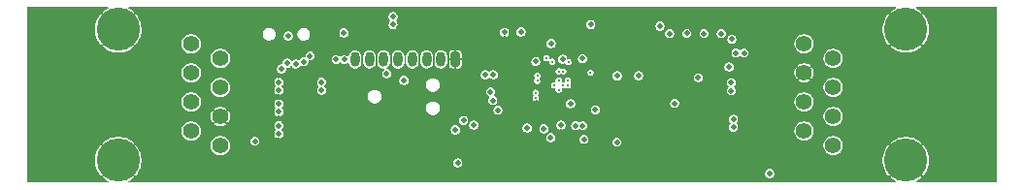
<source format=gbr>
%TF.GenerationSoftware,KiCad,Pcbnew,9.0.6*%
%TF.CreationDate,2025-12-30T15:38:49+01:00*%
%TF.ProjectId,VoxSense,566f7853-656e-4736-952e-6b696361645f,1.0*%
%TF.SameCoordinates,Original*%
%TF.FileFunction,Copper,L2,Inr*%
%TF.FilePolarity,Positive*%
%FSLAX46Y46*%
G04 Gerber Fmt 4.6, Leading zero omitted, Abs format (unit mm)*
G04 Created by KiCad (PCBNEW 9.0.6) date 2025-12-30 15:38:49*
%MOMM*%
%LPD*%
G01*
G04 APERTURE LIST*
G04 Aperture macros list*
%AMRoundRect*
0 Rectangle with rounded corners*
0 $1 Rounding radius*
0 $2 $3 $4 $5 $6 $7 $8 $9 X,Y pos of 4 corners*
0 Add a 4 corners polygon primitive as box body*
4,1,4,$2,$3,$4,$5,$6,$7,$8,$9,$2,$3,0*
0 Add four circle primitives for the rounded corners*
1,1,$1+$1,$2,$3*
1,1,$1+$1,$4,$5*
1,1,$1+$1,$6,$7*
1,1,$1+$1,$8,$9*
0 Add four rect primitives between the rounded corners*
20,1,$1+$1,$2,$3,$4,$5,0*
20,1,$1+$1,$4,$5,$6,$7,0*
20,1,$1+$1,$6,$7,$8,$9,0*
20,1,$1+$1,$8,$9,$2,$3,0*%
G04 Aperture macros list end*
%TA.AperFunction,ComponentPad*%
%ADD10C,1.397000*%
%TD*%
%TA.AperFunction,ComponentPad*%
%ADD11C,3.759200*%
%TD*%
%TA.AperFunction,ComponentPad*%
%ADD12RoundRect,0.200000X0.200000X0.450000X-0.200000X0.450000X-0.200000X-0.450000X0.200000X-0.450000X0*%
%TD*%
%TA.AperFunction,ComponentPad*%
%ADD13O,0.800000X1.300000*%
%TD*%
%TA.AperFunction,ViaPad*%
%ADD14C,0.250000*%
%TD*%
%TA.AperFunction,ViaPad*%
%ADD15C,0.500000*%
%TD*%
%TA.AperFunction,ViaPad*%
%ADD16C,0.600000*%
%TD*%
G04 APERTURE END LIST*
D10*
%TO.N,/Connectivity/VOX_RX_P*%
%TO.C,J501*%
X81435101Y-68409900D03*
%TO.N,/Connectivity/VOX_RX_N*%
X83975101Y-69679900D03*
%TO.N,VCC*%
X81435101Y-70949900D03*
%TO.N,/Connectivity/VOX_CLK_P*%
X83975101Y-72219900D03*
%TO.N,/Connectivity/VOX_CLK_N*%
X81435101Y-73489900D03*
%TO.N,GND*%
X83975101Y-74759900D03*
%TO.N,/Connectivity/VOX_TX_N*%
X81435101Y-76029900D03*
%TO.N,/Connectivity/VOX_TX_P*%
X83975101Y-77299900D03*
D11*
%TO.N,GND*%
X75085101Y-67139900D03*
X75085101Y-78569900D03*
%TD*%
D12*
%TO.N,GND*%
%TO.C,J302*%
X104486073Y-69750000D03*
D13*
%TO.N,~{CRESET}*%
X103236073Y-69750000D03*
%TO.N,/System/CDONE*%
X101986073Y-69750000D03*
%TO.N,/System/FLASH_SCK_NOESD*%
X100736073Y-69750000D03*
%TO.N,/System/FLASH_MISO_NOESD*%
X99486073Y-69750000D03*
%TO.N,/System/FLASH_MOSI_NOESD*%
X98236073Y-69750000D03*
%TO.N,/System/FLASH_~{CS}_NOESD*%
X96986073Y-69750000D03*
%TO.N,VCCD*%
X95736073Y-69750000D03*
%TD*%
D10*
%TO.N,/Connectivity/VOX_RX_OUT_P*%
%TO.C,J502*%
X137447000Y-77299900D03*
%TO.N,/Connectivity/VOX_RX_OUT_N*%
X134907000Y-76029900D03*
%TO.N,VCC*%
X137447000Y-74759900D03*
%TO.N,/Connectivity/VOX_CLK_P*%
X134907000Y-73489900D03*
%TO.N,/Connectivity/VOX_CLK_N*%
X137447000Y-72219900D03*
%TO.N,GND*%
X134907000Y-70949900D03*
%TO.N,/Connectivity/VOX_TX_N*%
X137447000Y-69679900D03*
%TO.N,/Connectivity/VOX_TX_P*%
X134907000Y-68409900D03*
D11*
%TO.N,GND*%
X143797000Y-78569900D03*
X143797000Y-67139900D03*
%TD*%
D14*
%TO.N,+1V2_CORE*%
X113510000Y-71620000D03*
%TO.N,+3V3*%
X113910000Y-72020000D03*
%TO.N,/System/FLASH_MISO*%
X114310000Y-72020000D03*
%TO.N,/Connectivity/VOX_CLK_N*%
X113510000Y-72420000D03*
%TO.N,/Connectivity/VOX_CLK_P*%
X113110000Y-72020000D03*
%TO.N,+2V5_NVCM*%
X113910000Y-70820000D03*
%TO.N,+3V3*%
X113510000Y-70820000D03*
%TO.N,/System/CDONE*%
X114310000Y-71620000D03*
%TO.N,GND*%
X114310000Y-71220000D03*
X115400000Y-70300000D03*
X115300000Y-71600000D03*
X113485285Y-72784194D03*
%TO.N,/Connectivity/VOX_RX_N*%
X111500000Y-72675000D03*
%TO.N,/Connectivity/VOX_RX_P*%
X111500000Y-73125000D03*
%TO.N,/Connectivity/VOX_TX_FPGA_P*%
X111630808Y-71645000D03*
%TO.N,/Connectivity/VOX_TX_FPGA_N*%
X111630808Y-71195000D03*
%TO.N,/System/RX_LED*%
X112425279Y-69640000D03*
%TO.N,/System/TX_LED*%
X112931968Y-69961349D03*
%TO.N,+2V5_NVCM*%
X114350000Y-70010000D03*
%TO.N,+3V3*%
X116270000Y-70910000D03*
D15*
%TO.N,GND*%
X111600000Y-72200000D03*
%TO.N,VCC*%
X131900000Y-79727900D03*
%TO.N,GND*%
X126650000Y-72880000D03*
X89086073Y-73049856D03*
X103385000Y-73187000D03*
X107600000Y-76170000D03*
X128360648Y-69213765D03*
X108775000Y-68000000D03*
D16*
X99300000Y-74600000D03*
D15*
X126340000Y-74570000D03*
D16*
X69100000Y-66600000D03*
D15*
X91196597Y-70571529D03*
X117075000Y-66500000D03*
D16*
X105800000Y-65600000D03*
D15*
X107100000Y-65850000D03*
X122900000Y-74125000D03*
X129200000Y-74600000D03*
D16*
X68700000Y-74700000D03*
D15*
X112100000Y-74900000D03*
D16*
X146600000Y-75300000D03*
X78600000Y-66400000D03*
D15*
X129200000Y-76100000D03*
X86170000Y-74600000D03*
D16*
X83600000Y-66300000D03*
D15*
X111850000Y-78877900D03*
D16*
X130500000Y-66800000D03*
D15*
X109450000Y-65850000D03*
D16*
X139500000Y-66300000D03*
D15*
X89086073Y-76849868D03*
D16*
X77400000Y-71400000D03*
X127100000Y-78100000D03*
D15*
X121200000Y-71900000D03*
D16*
X73000000Y-70900000D03*
D15*
X128500000Y-67200000D03*
X93796073Y-67460000D03*
X88096073Y-68840000D03*
X130260352Y-69187691D03*
X99580135Y-65730900D03*
X123720000Y-76770000D03*
X115490000Y-74200000D03*
X86170000Y-71110000D03*
D16*
X148700000Y-66600000D03*
X149200000Y-70400000D03*
X106160000Y-70160000D03*
X96000000Y-65900000D03*
D15*
X107560000Y-78877900D03*
X94786073Y-75925000D03*
X121610000Y-68920000D03*
X132610000Y-77840000D03*
X111600000Y-70700000D03*
X92510000Y-70720000D03*
X110800000Y-68550000D03*
X115600000Y-68480000D03*
X129200000Y-71100000D03*
X111601122Y-73589114D03*
X113700000Y-76100000D03*
X90100000Y-74600000D03*
D16*
X97400000Y-74700000D03*
X82190000Y-77530000D03*
D15*
X92383225Y-69269320D03*
D16*
X142100000Y-72400000D03*
X70700000Y-78300000D03*
X75800000Y-74700000D03*
X139700000Y-70600000D03*
X136200000Y-78500000D03*
X102600000Y-71000000D03*
D15*
X114275000Y-66475000D03*
D16*
X149900000Y-78800000D03*
X89450000Y-78750000D03*
X124100000Y-75700000D03*
D15*
X101256073Y-74356073D03*
X110825000Y-67100000D03*
X121250000Y-70650000D03*
X94990001Y-69198191D03*
X96586073Y-71800000D03*
D16*
X129900000Y-77800000D03*
D15*
X119800000Y-76950000D03*
X124720000Y-71650000D03*
X109226854Y-71838257D03*
X111600000Y-69100000D03*
D16*
X70900000Y-69300000D03*
D15*
X89086073Y-74949862D03*
X86986073Y-77800000D03*
X99601423Y-66988580D03*
D16*
X79900000Y-73800000D03*
X132300000Y-68500000D03*
D15*
X86746073Y-66770000D03*
X123250000Y-78840000D03*
X117500000Y-76400000D03*
X93317838Y-72080348D03*
X118660000Y-75640000D03*
X119400000Y-73880000D03*
X89090280Y-71150012D03*
%TO.N,+5V*%
X104480000Y-75910000D03*
X107800000Y-71100000D03*
X107100000Y-71100000D03*
%TO.N,+1V2_CORE*%
X110210000Y-67360000D03*
X111498459Y-69950624D03*
X108200000Y-74200000D03*
%TO.N,+3V3*%
X123600000Y-73600000D03*
X128600000Y-68000000D03*
X116700000Y-74160000D03*
X104700000Y-78800000D03*
X114530000Y-73640000D03*
X87000000Y-76900000D03*
X118570000Y-77000000D03*
X128360000Y-70430000D03*
X89916073Y-67710000D03*
X113850000Y-69750000D03*
%TO.N,~{CRESET}*%
X115700000Y-76750000D03*
X110750000Y-75750000D03*
X113700000Y-75499997D03*
%TO.N,Net-(U401-CAP)*%
X125680000Y-71350000D03*
X120470000Y-71180000D03*
%TO.N,/System/CDONE*%
X127680000Y-67507500D03*
X108769546Y-67400022D03*
%TO.N,/System/LED*%
X112840000Y-68380000D03*
X126180000Y-67507500D03*
%TO.N,/System/RX_LED*%
X123170000Y-67507500D03*
%TO.N,/System/TX_LED*%
X124670000Y-67500000D03*
%TO.N,/Connectivity/ARCHITECTURE_SEL*%
X94756073Y-67450000D03*
X90561073Y-70175000D03*
%TO.N,/System/FLASH_MOSI_NOESD*%
X100000000Y-71600000D03*
X98500000Y-71000000D03*
%TO.N,/System/FLASH_~{CS}*%
X105200000Y-75100000D03*
X115600000Y-75550000D03*
%TO.N,/System/FLASH_MOSI*%
X106100000Y-75500000D03*
X112810000Y-76590000D03*
%TO.N,/System/FLASH_MISO*%
X114975684Y-75549998D03*
X107750000Y-73350000D03*
%TO.N,/System/FLASH_SCK*%
X107557081Y-72587239D03*
X112210772Y-75823775D03*
%TO.N,BNO_SCL*%
X115572876Y-69698454D03*
X118600000Y-71200000D03*
%TO.N,BNO_~{RST}*%
X116300000Y-66720000D03*
X122330000Y-66850000D03*
%TO.N,/Connectivity/VOX_TX_P*%
X89086073Y-74349859D03*
X128960431Y-69197559D03*
X94790000Y-69770000D03*
X99060000Y-66730000D03*
%TO.N,/Connectivity/VOX_CLK_P*%
X89086073Y-75549865D03*
X128557769Y-71800000D03*
%TO.N,/Connectivity/VOX_RX_P*%
X91261073Y-69975000D03*
%TO.N,/Connectivity/VOX_TX_FPGA_P*%
X89811711Y-70096735D03*
%TO.N,/Connectivity/VOX_TX_N*%
X89086073Y-73649859D03*
X99060000Y-66030000D03*
X129660431Y-69197559D03*
X94090000Y-69770000D03*
%TO.N,/Connectivity/VOX_CLK_N*%
X89086073Y-76249865D03*
X128557769Y-72500000D03*
%TO.N,/Connectivity/VOX_RX_N*%
X91811073Y-69450000D03*
%TO.N,/Connectivity/VOX_TX_FPGA_N*%
X89316735Y-70591711D03*
%TO.N,/Connectivity/VOX_RX_OUT_N*%
X92816964Y-72450001D03*
X89086073Y-72450000D03*
X128750000Y-75000000D03*
%TO.N,/Connectivity/VOX_RX_OUT_P*%
X89086073Y-71750000D03*
X92816964Y-71750001D03*
X128750000Y-75700000D03*
%TD*%
%TA.AperFunction,Conductor*%
%TO.N,GND*%
G36*
X74194277Y-65203074D02*
G01*
X74215951Y-65255400D01*
X74194277Y-65307726D01*
X74178951Y-65319486D01*
X73955099Y-65448725D01*
X73955093Y-65448729D01*
X73744020Y-65610692D01*
X73702990Y-65651723D01*
X73988661Y-65937394D01*
X73882595Y-66043460D01*
X73596924Y-65757789D01*
X73555893Y-65798819D01*
X73393930Y-66009892D01*
X73393926Y-66009898D01*
X73260901Y-66240305D01*
X73260898Y-66240313D01*
X73159089Y-66486103D01*
X73159085Y-66486114D01*
X73090226Y-66743101D01*
X73055501Y-67006874D01*
X73055501Y-67272925D01*
X73090226Y-67536698D01*
X73159085Y-67793685D01*
X73159089Y-67793696D01*
X73260898Y-68039486D01*
X73260901Y-68039494D01*
X73393926Y-68269901D01*
X73393930Y-68269907D01*
X73555893Y-68480980D01*
X73596924Y-68522011D01*
X73882595Y-68236340D01*
X73988661Y-68342406D01*
X73702990Y-68628077D01*
X73744020Y-68669107D01*
X73955093Y-68831070D01*
X73955099Y-68831074D01*
X74185506Y-68964099D01*
X74185514Y-68964102D01*
X74431304Y-69065911D01*
X74431315Y-69065915D01*
X74688303Y-69134774D01*
X74688302Y-69134774D01*
X74952076Y-69169500D01*
X75218126Y-69169500D01*
X75481899Y-69134774D01*
X75738886Y-69065915D01*
X75738897Y-69065911D01*
X75984687Y-68964102D01*
X75984695Y-68964099D01*
X76215102Y-68831074D01*
X76215108Y-68831070D01*
X76426181Y-68669107D01*
X76467212Y-68628077D01*
X76181541Y-68342406D01*
X76287607Y-68236340D01*
X76573278Y-68522011D01*
X76614308Y-68480980D01*
X76733014Y-68326281D01*
X80586101Y-68326281D01*
X80586101Y-68493519D01*
X80593405Y-68530238D01*
X80618726Y-68657538D01*
X80618729Y-68657548D01*
X80682724Y-68812047D01*
X80682726Y-68812050D01*
X80682727Y-68812052D01*
X80695437Y-68831074D01*
X80774901Y-68950001D01*
X80775640Y-68951106D01*
X80893895Y-69069361D01*
X81032949Y-69162274D01*
X81032954Y-69162276D01*
X81032953Y-69162276D01*
X81133895Y-69204087D01*
X81187457Y-69226273D01*
X81351482Y-69258900D01*
X81351484Y-69258900D01*
X81518718Y-69258900D01*
X81518720Y-69258900D01*
X81682745Y-69226273D01*
X81837253Y-69162274D01*
X81976307Y-69069361D01*
X82094562Y-68951106D01*
X82187475Y-68812052D01*
X82251474Y-68657544D01*
X82284101Y-68493519D01*
X82284101Y-68327270D01*
X112439500Y-68327270D01*
X112439500Y-68432729D01*
X112466791Y-68534582D01*
X112466792Y-68534585D01*
X112466793Y-68534587D01*
X112519520Y-68625913D01*
X112594087Y-68700480D01*
X112685413Y-68753207D01*
X112787270Y-68780499D01*
X112787271Y-68780500D01*
X112787273Y-68780500D01*
X112892729Y-68780500D01*
X112892729Y-68780499D01*
X112994587Y-68753207D01*
X113085913Y-68700480D01*
X113160480Y-68625913D01*
X113213207Y-68534587D01*
X113240499Y-68432729D01*
X113240500Y-68432729D01*
X113240500Y-68327271D01*
X113240499Y-68327270D01*
X113238679Y-68320479D01*
X113213207Y-68225413D01*
X113160480Y-68134087D01*
X113085913Y-68059520D01*
X113035614Y-68030480D01*
X112994591Y-68006795D01*
X112994582Y-68006791D01*
X112892729Y-67979500D01*
X112892727Y-67979500D01*
X112787273Y-67979500D01*
X112787271Y-67979500D01*
X112685417Y-68006791D01*
X112685408Y-68006795D01*
X112594086Y-68059520D01*
X112519520Y-68134086D01*
X112466795Y-68225408D01*
X112466791Y-68225417D01*
X112439500Y-68327270D01*
X82284101Y-68327270D01*
X82284101Y-68326281D01*
X82251474Y-68162256D01*
X82239806Y-68134086D01*
X82187477Y-68007752D01*
X82187476Y-68007750D01*
X82187475Y-68007748D01*
X82094562Y-67868694D01*
X81976307Y-67750439D01*
X81969533Y-67745913D01*
X81931502Y-67720501D01*
X81837253Y-67657526D01*
X81837249Y-67657524D01*
X81837247Y-67657523D01*
X81837248Y-67657523D01*
X81682749Y-67593528D01*
X81682739Y-67593525D01*
X81573173Y-67571731D01*
X81518720Y-67560900D01*
X81351482Y-67560900D01*
X81304982Y-67570149D01*
X81187462Y-67593525D01*
X81187452Y-67593528D01*
X81032953Y-67657523D01*
X80893895Y-67750438D01*
X80893894Y-67750440D01*
X80775641Y-67868693D01*
X80775639Y-67868694D01*
X80682724Y-68007752D01*
X80618729Y-68162251D01*
X80618726Y-68162261D01*
X80597232Y-68270320D01*
X80586101Y-68326281D01*
X76733014Y-68326281D01*
X76770370Y-68277598D01*
X76770370Y-68277597D01*
X76776275Y-68269900D01*
X76909300Y-68039494D01*
X76909303Y-68039486D01*
X77011112Y-67793696D01*
X77011116Y-67793685D01*
X77079975Y-67536698D01*
X77085001Y-67498522D01*
X87699500Y-67498522D01*
X87699500Y-67643477D01*
X87737014Y-67783481D01*
X87737016Y-67783486D01*
X87793147Y-67880706D01*
X87809491Y-67909015D01*
X87911985Y-68011509D01*
X88037515Y-68083984D01*
X88037516Y-68083984D01*
X88037518Y-68083985D01*
X88107520Y-68102742D01*
X88177522Y-68121499D01*
X88177523Y-68121500D01*
X88177525Y-68121500D01*
X88322477Y-68121500D01*
X88322477Y-68121499D01*
X88462485Y-68083984D01*
X88588015Y-68011509D01*
X88690509Y-67909015D01*
X88762984Y-67783485D01*
X88771042Y-67753413D01*
X88796804Y-67657270D01*
X89515573Y-67657270D01*
X89515573Y-67762729D01*
X89542864Y-67864582D01*
X89542868Y-67864591D01*
X89552171Y-67880704D01*
X89595593Y-67955913D01*
X89670160Y-68030480D01*
X89761486Y-68083207D01*
X89863343Y-68110499D01*
X89863344Y-68110500D01*
X89863346Y-68110500D01*
X89968802Y-68110500D01*
X89968802Y-68110499D01*
X90070660Y-68083207D01*
X90161986Y-68030480D01*
X90236553Y-67955913D01*
X90289280Y-67864587D01*
X90316572Y-67762729D01*
X90316573Y-67762729D01*
X90316573Y-67657271D01*
X90316572Y-67657270D01*
X90308406Y-67626795D01*
X90289280Y-67555413D01*
X90289278Y-67555410D01*
X90289276Y-67555404D01*
X90275000Y-67530678D01*
X90274998Y-67530675D01*
X90256434Y-67498522D01*
X90699500Y-67498522D01*
X90699500Y-67643477D01*
X90737014Y-67783481D01*
X90737016Y-67783486D01*
X90793147Y-67880706D01*
X90809491Y-67909015D01*
X90911985Y-68011509D01*
X91037515Y-68083984D01*
X91037516Y-68083984D01*
X91037518Y-68083985D01*
X91107520Y-68102742D01*
X91177522Y-68121499D01*
X91177523Y-68121500D01*
X91177525Y-68121500D01*
X91322477Y-68121500D01*
X91322477Y-68121499D01*
X91462485Y-68083984D01*
X91588015Y-68011509D01*
X91652254Y-67947270D01*
X128199500Y-67947270D01*
X128199500Y-68052729D01*
X128226791Y-68154582D01*
X128226795Y-68154591D01*
X128252382Y-68198908D01*
X128279520Y-68245913D01*
X128354087Y-68320480D01*
X128445413Y-68373207D01*
X128547270Y-68400499D01*
X128547271Y-68400500D01*
X128547273Y-68400500D01*
X128652729Y-68400500D01*
X128652729Y-68400499D01*
X128754587Y-68373207D01*
X128835865Y-68326281D01*
X134058000Y-68326281D01*
X134058000Y-68493519D01*
X134065304Y-68530238D01*
X134090625Y-68657538D01*
X134090628Y-68657548D01*
X134154623Y-68812047D01*
X134154625Y-68812050D01*
X134154626Y-68812052D01*
X134167336Y-68831074D01*
X134246800Y-68950001D01*
X134247539Y-68951106D01*
X134365794Y-69069361D01*
X134504848Y-69162274D01*
X134504853Y-69162276D01*
X134504852Y-69162276D01*
X134605794Y-69204087D01*
X134659356Y-69226273D01*
X134823381Y-69258900D01*
X134823383Y-69258900D01*
X134990617Y-69258900D01*
X134990619Y-69258900D01*
X135154644Y-69226273D01*
X135309152Y-69162274D01*
X135448206Y-69069361D01*
X135566461Y-68951106D01*
X135659374Y-68812052D01*
X135723373Y-68657544D01*
X135756000Y-68493519D01*
X135756000Y-68326281D01*
X135723373Y-68162256D01*
X135711705Y-68134086D01*
X135659376Y-68007752D01*
X135659375Y-68007750D01*
X135659374Y-68007748D01*
X135566461Y-67868694D01*
X135448206Y-67750439D01*
X135441432Y-67745913D01*
X135403401Y-67720501D01*
X135309152Y-67657526D01*
X135309148Y-67657524D01*
X135309146Y-67657523D01*
X135309147Y-67657523D01*
X135154648Y-67593528D01*
X135154638Y-67593525D01*
X135044798Y-67571677D01*
X134990619Y-67560900D01*
X134823381Y-67560900D01*
X134776881Y-67570149D01*
X134659361Y-67593525D01*
X134659351Y-67593528D01*
X134504852Y-67657523D01*
X134365794Y-67750438D01*
X134365793Y-67750440D01*
X134247540Y-67868693D01*
X134247538Y-67868694D01*
X134154623Y-68007752D01*
X134090628Y-68162251D01*
X134090625Y-68162261D01*
X134069131Y-68270320D01*
X134058000Y-68326281D01*
X128835865Y-68326281D01*
X128845913Y-68320480D01*
X128920480Y-68245913D01*
X128973207Y-68154587D01*
X129000499Y-68052729D01*
X129000500Y-68052729D01*
X129000500Y-67947271D01*
X129000499Y-67947270D01*
X128982028Y-67878336D01*
X128973207Y-67845413D01*
X128920480Y-67754087D01*
X128845913Y-67679520D01*
X128783481Y-67643475D01*
X128754591Y-67626795D01*
X128754582Y-67626791D01*
X128652729Y-67599500D01*
X128652727Y-67599500D01*
X128547273Y-67599500D01*
X128547271Y-67599500D01*
X128445417Y-67626791D01*
X128445408Y-67626795D01*
X128354086Y-67679520D01*
X128279520Y-67754086D01*
X128226795Y-67845408D01*
X128226791Y-67845417D01*
X128199500Y-67947270D01*
X91652254Y-67947270D01*
X91690509Y-67909015D01*
X91762984Y-67783485D01*
X91800499Y-67643477D01*
X91800500Y-67643477D01*
X91800500Y-67498523D01*
X91800499Y-67498522D01*
X91791272Y-67464086D01*
X91773368Y-67397270D01*
X94355573Y-67397270D01*
X94355573Y-67502729D01*
X94382864Y-67604582D01*
X94382868Y-67604591D01*
X94426682Y-67680479D01*
X94435593Y-67695913D01*
X94510160Y-67770480D01*
X94601486Y-67823207D01*
X94703343Y-67850499D01*
X94703344Y-67850500D01*
X94703346Y-67850500D01*
X94808802Y-67850500D01*
X94808802Y-67850499D01*
X94910660Y-67823207D01*
X95001986Y-67770480D01*
X95076553Y-67695913D01*
X95129280Y-67604587D01*
X95156572Y-67502729D01*
X95156573Y-67502729D01*
X95156573Y-67397271D01*
X95147014Y-67361599D01*
X95147014Y-67361598D01*
X95143181Y-67347292D01*
X108369046Y-67347292D01*
X108369046Y-67452751D01*
X108396337Y-67554604D01*
X108396341Y-67554613D01*
X108447646Y-67643475D01*
X108449066Y-67645935D01*
X108523633Y-67720502D01*
X108614959Y-67773229D01*
X108716816Y-67800521D01*
X108716817Y-67800522D01*
X108716819Y-67800522D01*
X108822275Y-67800522D01*
X108822275Y-67800521D01*
X108924133Y-67773229D01*
X109015459Y-67720502D01*
X109090026Y-67645935D01*
X109142753Y-67554609D01*
X109170045Y-67452751D01*
X109170046Y-67452751D01*
X109170046Y-67347293D01*
X109170045Y-67347292D01*
X109169540Y-67345408D01*
X109159321Y-67307270D01*
X109809500Y-67307270D01*
X109809500Y-67412729D01*
X109836791Y-67514582D01*
X109836795Y-67514591D01*
X109885817Y-67599500D01*
X109889520Y-67605913D01*
X109964087Y-67680480D01*
X110055413Y-67733207D01*
X110157270Y-67760499D01*
X110157271Y-67760500D01*
X110157273Y-67760500D01*
X110262729Y-67760500D01*
X110262729Y-67760499D01*
X110364587Y-67733207D01*
X110455913Y-67680480D01*
X110530480Y-67605913D01*
X110583207Y-67514587D01*
X110599234Y-67454773D01*
X110599235Y-67454770D01*
X122769500Y-67454770D01*
X122769500Y-67560229D01*
X122795503Y-67657273D01*
X122796793Y-67662087D01*
X122796794Y-67662089D01*
X122796795Y-67662091D01*
X122807412Y-67680480D01*
X122849520Y-67753413D01*
X122924087Y-67827980D01*
X123015413Y-67880707D01*
X123117270Y-67907999D01*
X123117271Y-67908000D01*
X123117273Y-67908000D01*
X123222729Y-67908000D01*
X123222729Y-67907999D01*
X123324587Y-67880707D01*
X123415913Y-67827980D01*
X123490480Y-67753413D01*
X123543207Y-67662087D01*
X123544498Y-67657271D01*
X123552664Y-67626791D01*
X123570499Y-67560229D01*
X123570500Y-67560229D01*
X123570500Y-67454770D01*
X123568490Y-67447270D01*
X124269500Y-67447270D01*
X124269500Y-67552729D01*
X124296791Y-67654582D01*
X124296795Y-67654591D01*
X124334848Y-67720501D01*
X124349520Y-67745913D01*
X124424087Y-67820480D01*
X124515413Y-67873207D01*
X124617270Y-67900499D01*
X124617271Y-67900500D01*
X124617273Y-67900500D01*
X124722729Y-67900500D01*
X124722729Y-67900499D01*
X124824587Y-67873207D01*
X124915913Y-67820480D01*
X124990480Y-67745913D01*
X125043207Y-67654587D01*
X125070499Y-67552729D01*
X125070500Y-67552729D01*
X125070500Y-67454770D01*
X125779500Y-67454770D01*
X125779500Y-67560229D01*
X125805503Y-67657273D01*
X125806793Y-67662087D01*
X125806794Y-67662089D01*
X125806795Y-67662091D01*
X125817412Y-67680480D01*
X125859520Y-67753413D01*
X125934087Y-67827980D01*
X126025413Y-67880707D01*
X126127270Y-67907999D01*
X126127271Y-67908000D01*
X126127273Y-67908000D01*
X126232729Y-67908000D01*
X126232729Y-67907999D01*
X126334587Y-67880707D01*
X126425913Y-67827980D01*
X126500480Y-67753413D01*
X126553207Y-67662087D01*
X126554498Y-67657271D01*
X126562664Y-67626791D01*
X126580499Y-67560229D01*
X126580500Y-67560229D01*
X126580500Y-67454771D01*
X126580499Y-67454770D01*
X127279500Y-67454770D01*
X127279500Y-67560229D01*
X127305503Y-67657273D01*
X127306793Y-67662087D01*
X127306794Y-67662089D01*
X127306795Y-67662091D01*
X127317412Y-67680480D01*
X127359520Y-67753413D01*
X127434087Y-67827980D01*
X127525413Y-67880707D01*
X127627270Y-67907999D01*
X127627271Y-67908000D01*
X127627273Y-67908000D01*
X127732729Y-67908000D01*
X127732729Y-67907999D01*
X127834587Y-67880707D01*
X127925913Y-67827980D01*
X128000480Y-67753413D01*
X128053207Y-67662087D01*
X128054498Y-67657271D01*
X128062664Y-67626791D01*
X128080499Y-67560229D01*
X128080500Y-67560229D01*
X128080500Y-67454771D01*
X128080499Y-67454770D01*
X128079957Y-67452749D01*
X128053207Y-67352913D01*
X128000480Y-67261587D01*
X127925913Y-67187020D01*
X127897263Y-67170479D01*
X127834591Y-67134295D01*
X127834582Y-67134291D01*
X127732729Y-67107000D01*
X127732727Y-67107000D01*
X127627273Y-67107000D01*
X127627271Y-67107000D01*
X127525417Y-67134291D01*
X127525408Y-67134295D01*
X127434086Y-67187020D01*
X127359520Y-67261586D01*
X127306795Y-67352908D01*
X127306791Y-67352917D01*
X127279500Y-67454770D01*
X126580499Y-67454770D01*
X126579957Y-67452749D01*
X126553207Y-67352913D01*
X126500480Y-67261587D01*
X126425913Y-67187020D01*
X126397263Y-67170479D01*
X126334591Y-67134295D01*
X126334582Y-67134291D01*
X126232729Y-67107000D01*
X126232727Y-67107000D01*
X126127273Y-67107000D01*
X126127271Y-67107000D01*
X126025417Y-67134291D01*
X126025408Y-67134295D01*
X125934086Y-67187020D01*
X125859520Y-67261586D01*
X125806795Y-67352908D01*
X125806791Y-67352917D01*
X125779500Y-67454770D01*
X125070500Y-67454770D01*
X125070500Y-67447271D01*
X125070499Y-67447270D01*
X125061243Y-67412727D01*
X125043207Y-67345413D01*
X124990480Y-67254087D01*
X124915913Y-67179520D01*
X124837581Y-67134295D01*
X124824591Y-67126795D01*
X124824582Y-67126791D01*
X124722729Y-67099500D01*
X124722727Y-67099500D01*
X124617273Y-67099500D01*
X124617271Y-67099500D01*
X124515417Y-67126791D01*
X124515408Y-67126795D01*
X124424086Y-67179520D01*
X124349520Y-67254086D01*
X124296795Y-67345408D01*
X124296791Y-67345417D01*
X124269500Y-67447270D01*
X123568490Y-67447270D01*
X123543208Y-67352917D01*
X123543207Y-67352913D01*
X123490480Y-67261587D01*
X123415913Y-67187020D01*
X123387263Y-67170479D01*
X123324591Y-67134295D01*
X123324582Y-67134291D01*
X123222729Y-67107000D01*
X123222727Y-67107000D01*
X123117273Y-67107000D01*
X123117271Y-67107000D01*
X123015417Y-67134291D01*
X123015408Y-67134295D01*
X122924086Y-67187020D01*
X122849520Y-67261586D01*
X122796795Y-67352908D01*
X122796791Y-67352917D01*
X122769500Y-67454770D01*
X110599235Y-67454770D01*
X110605666Y-67430770D01*
X110610499Y-67412729D01*
X110610500Y-67412729D01*
X110610500Y-67307271D01*
X110610499Y-67307270D01*
X110601296Y-67272925D01*
X110583207Y-67205413D01*
X110530480Y-67114087D01*
X110455913Y-67039520D01*
X110433904Y-67026813D01*
X110364591Y-66986795D01*
X110364582Y-66986791D01*
X110262729Y-66959500D01*
X110262727Y-66959500D01*
X110157273Y-66959500D01*
X110157271Y-66959500D01*
X110055417Y-66986791D01*
X110055408Y-66986795D01*
X109964086Y-67039520D01*
X109889520Y-67114086D01*
X109836795Y-67205408D01*
X109836791Y-67205417D01*
X109809500Y-67307270D01*
X109159321Y-67307270D01*
X109142753Y-67245435D01*
X109090026Y-67154109D01*
X109015459Y-67079542D01*
X108978175Y-67058016D01*
X108924137Y-67026817D01*
X108924128Y-67026813D01*
X108822275Y-66999522D01*
X108822273Y-66999522D01*
X108716819Y-66999522D01*
X108716817Y-66999522D01*
X108614963Y-67026813D01*
X108614954Y-67026817D01*
X108523632Y-67079542D01*
X108449066Y-67154108D01*
X108396341Y-67245430D01*
X108396337Y-67245439D01*
X108369046Y-67347292D01*
X95143181Y-67347292D01*
X95129280Y-67295413D01*
X95076553Y-67204087D01*
X95001986Y-67129520D01*
X94975255Y-67114087D01*
X94910664Y-67076795D01*
X94910655Y-67076791D01*
X94808802Y-67049500D01*
X94808800Y-67049500D01*
X94703346Y-67049500D01*
X94703344Y-67049500D01*
X94601490Y-67076791D01*
X94601481Y-67076795D01*
X94510159Y-67129520D01*
X94435593Y-67204086D01*
X94382868Y-67295408D01*
X94382864Y-67295417D01*
X94355573Y-67397270D01*
X91773368Y-67397270D01*
X91762984Y-67358515D01*
X91690509Y-67232985D01*
X91588015Y-67130491D01*
X91570710Y-67120500D01*
X91462486Y-67058016D01*
X91462481Y-67058014D01*
X91322477Y-67020500D01*
X91322475Y-67020500D01*
X91177525Y-67020500D01*
X91177523Y-67020500D01*
X91037518Y-67058014D01*
X91037513Y-67058016D01*
X90911984Y-67130491D01*
X90809491Y-67232984D01*
X90737016Y-67358513D01*
X90737014Y-67358518D01*
X90699500Y-67498522D01*
X90256434Y-67498522D01*
X90236552Y-67464086D01*
X90161986Y-67389520D01*
X90070664Y-67336795D01*
X90070655Y-67336791D01*
X89968802Y-67309500D01*
X89968800Y-67309500D01*
X89863346Y-67309500D01*
X89863344Y-67309500D01*
X89761490Y-67336791D01*
X89761481Y-67336795D01*
X89670159Y-67389520D01*
X89595593Y-67464086D01*
X89542868Y-67555408D01*
X89542864Y-67555417D01*
X89515573Y-67657270D01*
X88796804Y-67657270D01*
X88800500Y-67643477D01*
X88800500Y-67498523D01*
X88800499Y-67498522D01*
X88788776Y-67454773D01*
X88773369Y-67397271D01*
X88762985Y-67358518D01*
X88762983Y-67358513D01*
X88702692Y-67254087D01*
X88690509Y-67232985D01*
X88588015Y-67130491D01*
X88570710Y-67120500D01*
X88462486Y-67058016D01*
X88462481Y-67058014D01*
X88322477Y-67020500D01*
X88322475Y-67020500D01*
X88177525Y-67020500D01*
X88177523Y-67020500D01*
X88037518Y-67058014D01*
X88037513Y-67058016D01*
X87911984Y-67130491D01*
X87809491Y-67232984D01*
X87737016Y-67358513D01*
X87737014Y-67358518D01*
X87699500Y-67498522D01*
X77085001Y-67498522D01*
X77114701Y-67272925D01*
X77114701Y-67006874D01*
X77079975Y-66743101D01*
X77011116Y-66486114D01*
X77011112Y-66486103D01*
X76909303Y-66240313D01*
X76909300Y-66240305D01*
X76776276Y-66009900D01*
X76776271Y-66009892D01*
X76751239Y-65977270D01*
X98659500Y-65977270D01*
X98659500Y-66082729D01*
X98686791Y-66184582D01*
X98686795Y-66184591D01*
X98739520Y-66275913D01*
X98791281Y-66327674D01*
X98812955Y-66380000D01*
X98791281Y-66432326D01*
X98739520Y-66484086D01*
X98686795Y-66575408D01*
X98686791Y-66575417D01*
X98659500Y-66677270D01*
X98659500Y-66782729D01*
X98686791Y-66884582D01*
X98686795Y-66884591D01*
X98739520Y-66975913D01*
X98814087Y-67050480D01*
X98905413Y-67103207D01*
X99007270Y-67130499D01*
X99007271Y-67130500D01*
X99007273Y-67130500D01*
X99112729Y-67130500D01*
X99112729Y-67130499D01*
X99214587Y-67103207D01*
X99305913Y-67050480D01*
X99380480Y-66975913D01*
X99433207Y-66884587D01*
X99460499Y-66782729D01*
X99460500Y-66782729D01*
X99460500Y-66677271D01*
X99460499Y-66677267D01*
X99457820Y-66667270D01*
X115899500Y-66667270D01*
X115899500Y-66772729D01*
X115926791Y-66874582D01*
X115926795Y-66874591D01*
X115943041Y-66902729D01*
X115979520Y-66965913D01*
X116054087Y-67040480D01*
X116145413Y-67093207D01*
X116247270Y-67120499D01*
X116247271Y-67120500D01*
X116247273Y-67120500D01*
X116352729Y-67120500D01*
X116352729Y-67120499D01*
X116454587Y-67093207D01*
X116545913Y-67040480D01*
X116620480Y-66965913D01*
X116673207Y-66874587D01*
X116693924Y-66797270D01*
X121929500Y-66797270D01*
X121929500Y-66902729D01*
X121956791Y-67004582D01*
X121956795Y-67004591D01*
X121977515Y-67040479D01*
X122009520Y-67095913D01*
X122084087Y-67170480D01*
X122175413Y-67223207D01*
X122277270Y-67250499D01*
X122277271Y-67250500D01*
X122277273Y-67250500D01*
X122382729Y-67250500D01*
X122382729Y-67250499D01*
X122484587Y-67223207D01*
X122575913Y-67170480D01*
X122650480Y-67095913D01*
X122703207Y-67004587D01*
X122705878Y-66994617D01*
X122708376Y-66985297D01*
X122730499Y-66902729D01*
X122730500Y-66902729D01*
X122730500Y-66797271D01*
X122730499Y-66797270D01*
X122723923Y-66772729D01*
X122703207Y-66695413D01*
X122650480Y-66604087D01*
X122575913Y-66529520D01*
X122552298Y-66515886D01*
X122484591Y-66476795D01*
X122484582Y-66476791D01*
X122382729Y-66449500D01*
X122382727Y-66449500D01*
X122277273Y-66449500D01*
X122277271Y-66449500D01*
X122175417Y-66476791D01*
X122175408Y-66476795D01*
X122084086Y-66529520D01*
X122009520Y-66604086D01*
X121956795Y-66695408D01*
X121956791Y-66695417D01*
X121929500Y-66797270D01*
X116693924Y-66797270D01*
X116700500Y-66772727D01*
X116700500Y-66667273D01*
X116700500Y-66667271D01*
X116700499Y-66667270D01*
X116683569Y-66604087D01*
X116673207Y-66565413D01*
X116620480Y-66474087D01*
X116545913Y-66399520D01*
X116454591Y-66346795D01*
X116454582Y-66346791D01*
X116352729Y-66319500D01*
X116352727Y-66319500D01*
X116247273Y-66319500D01*
X116247271Y-66319500D01*
X116145417Y-66346791D01*
X116145408Y-66346795D01*
X116054086Y-66399520D01*
X115979520Y-66474086D01*
X115926795Y-66565408D01*
X115926791Y-66565417D01*
X115899500Y-66667270D01*
X99457820Y-66667270D01*
X99433208Y-66575417D01*
X99433207Y-66575413D01*
X99380480Y-66484087D01*
X99328719Y-66432326D01*
X99307045Y-66380000D01*
X99328719Y-66327674D01*
X99336893Y-66319500D01*
X99380480Y-66275913D01*
X99433207Y-66184587D01*
X99460499Y-66082729D01*
X99460500Y-66082729D01*
X99460500Y-65977271D01*
X99460499Y-65977270D01*
X99433208Y-65875417D01*
X99433207Y-65875413D01*
X99380480Y-65784087D01*
X99305913Y-65709520D01*
X99214591Y-65656795D01*
X99214582Y-65656791D01*
X99112729Y-65629500D01*
X99112727Y-65629500D01*
X99007273Y-65629500D01*
X99007271Y-65629500D01*
X98905417Y-65656791D01*
X98905408Y-65656795D01*
X98814086Y-65709520D01*
X98739520Y-65784086D01*
X98686795Y-65875408D01*
X98686791Y-65875417D01*
X98659500Y-65977270D01*
X76751239Y-65977270D01*
X76614308Y-65798819D01*
X76573278Y-65757789D01*
X76287607Y-66043460D01*
X76181541Y-65937394D01*
X76467212Y-65651723D01*
X76426181Y-65610692D01*
X76215108Y-65448729D01*
X76215102Y-65448725D01*
X75991251Y-65319486D01*
X75956773Y-65274553D01*
X75964165Y-65218400D01*
X76009098Y-65183922D01*
X76028251Y-65181400D01*
X142853850Y-65181400D01*
X142906176Y-65203074D01*
X142927850Y-65255400D01*
X142906176Y-65307726D01*
X142890850Y-65319486D01*
X142666998Y-65448725D01*
X142666992Y-65448729D01*
X142455919Y-65610692D01*
X142414889Y-65651723D01*
X142700560Y-65937394D01*
X142594494Y-66043460D01*
X142308823Y-65757789D01*
X142267792Y-65798819D01*
X142105829Y-66009892D01*
X142105825Y-66009898D01*
X141972800Y-66240305D01*
X141972797Y-66240313D01*
X141870988Y-66486103D01*
X141870984Y-66486114D01*
X141802125Y-66743101D01*
X141767400Y-67006874D01*
X141767400Y-67272925D01*
X141802125Y-67536698D01*
X141870984Y-67793685D01*
X141870988Y-67793696D01*
X141972797Y-68039486D01*
X141972800Y-68039494D01*
X142105825Y-68269901D01*
X142105829Y-68269907D01*
X142267792Y-68480980D01*
X142308823Y-68522011D01*
X142594494Y-68236340D01*
X142700560Y-68342406D01*
X142414889Y-68628077D01*
X142455919Y-68669107D01*
X142666992Y-68831070D01*
X142666998Y-68831074D01*
X142897405Y-68964099D01*
X142897413Y-68964102D01*
X143143203Y-69065911D01*
X143143214Y-69065915D01*
X143400202Y-69134774D01*
X143400201Y-69134774D01*
X143663975Y-69169500D01*
X143930025Y-69169500D01*
X144193798Y-69134774D01*
X144450785Y-69065915D01*
X144450796Y-69065911D01*
X144696586Y-68964102D01*
X144696594Y-68964099D01*
X144927001Y-68831074D01*
X144927007Y-68831070D01*
X145138080Y-68669107D01*
X145179111Y-68628077D01*
X144893440Y-68342406D01*
X144999506Y-68236340D01*
X145285177Y-68522011D01*
X145326207Y-68480980D01*
X145488170Y-68269907D01*
X145488174Y-68269901D01*
X145621199Y-68039494D01*
X145621202Y-68039486D01*
X145723011Y-67793696D01*
X145723015Y-67793685D01*
X145791874Y-67536698D01*
X145826600Y-67272925D01*
X145826600Y-67006874D01*
X145791874Y-66743101D01*
X145723015Y-66486114D01*
X145723011Y-66486103D01*
X145621202Y-66240313D01*
X145621199Y-66240305D01*
X145488174Y-66009898D01*
X145488170Y-66009892D01*
X145326207Y-65798819D01*
X145285177Y-65757789D01*
X144999506Y-66043460D01*
X144893440Y-65937394D01*
X145179111Y-65651723D01*
X145138080Y-65610692D01*
X144927007Y-65448729D01*
X144927001Y-65448725D01*
X144703150Y-65319486D01*
X144668672Y-65274553D01*
X144676064Y-65218400D01*
X144720997Y-65183922D01*
X144740150Y-65181400D01*
X151666701Y-65181400D01*
X151719027Y-65203074D01*
X151740701Y-65255400D01*
X151740701Y-80454400D01*
X151719027Y-80506726D01*
X151666701Y-80528400D01*
X144740150Y-80528400D01*
X144687824Y-80506726D01*
X144666150Y-80454400D01*
X144687824Y-80402074D01*
X144703150Y-80390314D01*
X144927001Y-80261074D01*
X144927007Y-80261070D01*
X145138080Y-80099107D01*
X145179111Y-80058077D01*
X144893440Y-79772406D01*
X144999506Y-79666340D01*
X145285177Y-79952011D01*
X145326207Y-79910980D01*
X145488170Y-79699907D01*
X145488174Y-79699901D01*
X145621199Y-79469494D01*
X145621202Y-79469486D01*
X145723011Y-79223696D01*
X145723015Y-79223685D01*
X145791874Y-78966698D01*
X145826600Y-78702925D01*
X145826600Y-78436874D01*
X145791874Y-78173101D01*
X145723015Y-77916114D01*
X145723011Y-77916103D01*
X145621202Y-77670313D01*
X145621199Y-77670305D01*
X145488174Y-77439898D01*
X145488170Y-77439892D01*
X145326207Y-77228819D01*
X145285177Y-77187789D01*
X144999506Y-77473460D01*
X144893440Y-77367394D01*
X145179111Y-77081723D01*
X145138080Y-77040692D01*
X144927007Y-76878729D01*
X144927001Y-76878725D01*
X144696594Y-76745700D01*
X144696586Y-76745697D01*
X144450796Y-76643888D01*
X144450785Y-76643884D01*
X144193797Y-76575025D01*
X144193798Y-76575025D01*
X143930025Y-76540300D01*
X143663975Y-76540300D01*
X143400201Y-76575025D01*
X143143214Y-76643884D01*
X143143203Y-76643888D01*
X142897413Y-76745697D01*
X142897405Y-76745700D01*
X142666998Y-76878725D01*
X142666992Y-76878729D01*
X142455919Y-77040692D01*
X142414889Y-77081723D01*
X142700560Y-77367394D01*
X142594494Y-77473460D01*
X142308823Y-77187789D01*
X142267792Y-77228819D01*
X142105829Y-77439892D01*
X142105825Y-77439898D01*
X141972800Y-77670305D01*
X141972797Y-77670313D01*
X141870988Y-77916103D01*
X141870984Y-77916114D01*
X141802125Y-78173101D01*
X141767400Y-78436874D01*
X141767400Y-78702925D01*
X141802125Y-78966698D01*
X141870984Y-79223685D01*
X141870988Y-79223696D01*
X141972797Y-79469486D01*
X141972800Y-79469494D01*
X142105825Y-79699901D01*
X142105829Y-79699907D01*
X142267792Y-79910980D01*
X142308823Y-79952011D01*
X142594494Y-79666340D01*
X142700560Y-79772406D01*
X142414889Y-80058077D01*
X142455919Y-80099107D01*
X142666992Y-80261070D01*
X142666998Y-80261074D01*
X142890850Y-80390314D01*
X142925328Y-80435247D01*
X142917936Y-80491400D01*
X142873003Y-80525878D01*
X142853850Y-80528400D01*
X76028251Y-80528400D01*
X75975925Y-80506726D01*
X75954251Y-80454400D01*
X75975925Y-80402074D01*
X75991251Y-80390314D01*
X76215102Y-80261074D01*
X76215108Y-80261070D01*
X76426181Y-80099107D01*
X76467212Y-80058077D01*
X76181541Y-79772406D01*
X76287607Y-79666340D01*
X76573278Y-79952011D01*
X76614308Y-79910980D01*
X76776271Y-79699907D01*
X76776275Y-79699901D01*
X76790554Y-79675170D01*
X131499500Y-79675170D01*
X131499500Y-79780629D01*
X131526791Y-79882482D01*
X131526792Y-79882485D01*
X131526793Y-79882487D01*
X131579520Y-79973813D01*
X131654087Y-80048380D01*
X131745413Y-80101107D01*
X131847270Y-80128399D01*
X131847271Y-80128400D01*
X131847273Y-80128400D01*
X131952729Y-80128400D01*
X131952729Y-80128399D01*
X132054587Y-80101107D01*
X132145913Y-80048380D01*
X132220480Y-79973813D01*
X132273207Y-79882487D01*
X132300499Y-79780629D01*
X132300500Y-79780629D01*
X132300500Y-79675171D01*
X132300499Y-79675170D01*
X132273208Y-79573317D01*
X132273207Y-79573313D01*
X132220480Y-79481987D01*
X132145913Y-79407420D01*
X132054591Y-79354695D01*
X132054582Y-79354691D01*
X131952729Y-79327400D01*
X131952727Y-79327400D01*
X131847273Y-79327400D01*
X131847271Y-79327400D01*
X131745417Y-79354691D01*
X131745408Y-79354695D01*
X131654086Y-79407420D01*
X131579520Y-79481986D01*
X131526795Y-79573308D01*
X131526791Y-79573317D01*
X131499500Y-79675170D01*
X76790554Y-79675170D01*
X76814714Y-79633323D01*
X76909300Y-79469494D01*
X76909303Y-79469486D01*
X77011112Y-79223696D01*
X77011116Y-79223685D01*
X77079975Y-78966697D01*
X77108863Y-78747270D01*
X104299500Y-78747270D01*
X104299500Y-78852729D01*
X104326791Y-78954582D01*
X104326795Y-78954591D01*
X104333785Y-78966698D01*
X104379520Y-79045913D01*
X104454087Y-79120480D01*
X104545413Y-79173207D01*
X104647270Y-79200499D01*
X104647271Y-79200500D01*
X104647273Y-79200500D01*
X104752729Y-79200500D01*
X104752729Y-79200499D01*
X104854587Y-79173207D01*
X104945913Y-79120480D01*
X105020480Y-79045913D01*
X105073207Y-78954587D01*
X105100499Y-78852729D01*
X105100500Y-78852729D01*
X105100500Y-78747271D01*
X105100499Y-78747270D01*
X105081393Y-78675966D01*
X105073207Y-78645413D01*
X105020480Y-78554087D01*
X104945913Y-78479520D01*
X104872048Y-78436874D01*
X104854591Y-78426795D01*
X104854582Y-78426791D01*
X104752729Y-78399500D01*
X104752727Y-78399500D01*
X104647273Y-78399500D01*
X104647271Y-78399500D01*
X104545417Y-78426791D01*
X104545408Y-78426795D01*
X104454086Y-78479520D01*
X104379520Y-78554086D01*
X104326795Y-78645408D01*
X104326791Y-78645417D01*
X104299500Y-78747270D01*
X77108863Y-78747270D01*
X77110773Y-78732764D01*
X77110773Y-78732763D01*
X77114701Y-78702926D01*
X77114701Y-78436874D01*
X77079975Y-78173101D01*
X77011116Y-77916114D01*
X77011112Y-77916103D01*
X76909303Y-77670313D01*
X76909300Y-77670305D01*
X76776275Y-77439898D01*
X76776271Y-77439892D01*
X76636471Y-77257701D01*
X76636465Y-77257695D01*
X76614304Y-77228815D01*
X76601771Y-77216282D01*
X83126101Y-77216282D01*
X83126101Y-77383517D01*
X83158726Y-77547538D01*
X83158729Y-77547548D01*
X83222724Y-77702047D01*
X83222726Y-77702050D01*
X83222727Y-77702052D01*
X83315640Y-77841106D01*
X83433895Y-77959361D01*
X83572949Y-78052274D01*
X83572954Y-78052276D01*
X83572953Y-78052276D01*
X83727452Y-78116271D01*
X83727457Y-78116273D01*
X83891482Y-78148900D01*
X83891484Y-78148900D01*
X84058718Y-78148900D01*
X84058720Y-78148900D01*
X84222745Y-78116273D01*
X84377253Y-78052274D01*
X84516307Y-77959361D01*
X84634562Y-77841106D01*
X84727475Y-77702052D01*
X84791474Y-77547544D01*
X84824101Y-77383519D01*
X84824101Y-77216281D01*
X84791474Y-77052256D01*
X84763337Y-76984327D01*
X84727477Y-76897752D01*
X84727476Y-76897751D01*
X84727475Y-76897748D01*
X84693747Y-76847270D01*
X86599500Y-76847270D01*
X86599500Y-76952729D01*
X86626791Y-77054582D01*
X86626795Y-77054591D01*
X86633098Y-77065508D01*
X86679520Y-77145913D01*
X86754087Y-77220480D01*
X86845413Y-77273207D01*
X86947270Y-77300499D01*
X86947271Y-77300500D01*
X86947273Y-77300500D01*
X87052729Y-77300500D01*
X87052729Y-77300499D01*
X87154587Y-77273207D01*
X87245913Y-77220480D01*
X87320480Y-77145913D01*
X87373207Y-77054587D01*
X87400499Y-76952729D01*
X87400500Y-76952729D01*
X87400500Y-76847271D01*
X87400499Y-76847270D01*
X87400231Y-76846271D01*
X87373207Y-76745413D01*
X87320480Y-76654087D01*
X87245913Y-76579520D01*
X87231341Y-76571107D01*
X87154591Y-76526795D01*
X87154582Y-76526791D01*
X87052729Y-76499500D01*
X87052727Y-76499500D01*
X86947273Y-76499500D01*
X86947271Y-76499500D01*
X86845417Y-76526791D01*
X86845408Y-76526795D01*
X86754086Y-76579520D01*
X86679520Y-76654086D01*
X86626795Y-76745408D01*
X86626791Y-76745417D01*
X86599500Y-76847270D01*
X84693747Y-76847270D01*
X84634562Y-76758694D01*
X84516307Y-76640439D01*
X84495887Y-76626795D01*
X84481894Y-76617445D01*
X84377253Y-76547526D01*
X84377249Y-76547524D01*
X84377247Y-76547523D01*
X84377248Y-76547523D01*
X84222749Y-76483528D01*
X84222739Y-76483525D01*
X84112899Y-76461677D01*
X84058720Y-76450900D01*
X83891482Y-76450900D01*
X83844982Y-76460149D01*
X83727462Y-76483525D01*
X83727452Y-76483528D01*
X83572953Y-76547523D01*
X83433895Y-76640438D01*
X83433894Y-76640440D01*
X83315641Y-76758693D01*
X83315639Y-76758694D01*
X83222724Y-76897752D01*
X83158729Y-77052251D01*
X83158726Y-77052261D01*
X83126101Y-77216282D01*
X76601771Y-77216282D01*
X76573278Y-77187789D01*
X76287607Y-77473460D01*
X76181541Y-77367394D01*
X76467212Y-77081723D01*
X76426181Y-77040692D01*
X76215108Y-76878729D01*
X76215102Y-76878725D01*
X75984695Y-76745700D01*
X75984687Y-76745697D01*
X75738897Y-76643888D01*
X75738886Y-76643884D01*
X75481898Y-76575025D01*
X75481899Y-76575025D01*
X75218126Y-76540300D01*
X74952076Y-76540300D01*
X74688302Y-76575025D01*
X74431315Y-76643884D01*
X74431304Y-76643888D01*
X74185514Y-76745697D01*
X74185506Y-76745700D01*
X73955099Y-76878725D01*
X73955093Y-76878729D01*
X73744020Y-77040692D01*
X73702990Y-77081723D01*
X73988661Y-77367394D01*
X73882595Y-77473460D01*
X73596924Y-77187789D01*
X73555893Y-77228819D01*
X73393930Y-77439892D01*
X73393926Y-77439898D01*
X73260901Y-77670305D01*
X73260898Y-77670313D01*
X73159089Y-77916103D01*
X73159085Y-77916114D01*
X73090226Y-78173101D01*
X73055501Y-78436874D01*
X73055501Y-78702925D01*
X73090226Y-78966698D01*
X73159085Y-79223685D01*
X73159089Y-79223696D01*
X73260898Y-79469486D01*
X73260901Y-79469494D01*
X73393926Y-79699901D01*
X73393930Y-79699907D01*
X73555893Y-79910980D01*
X73596924Y-79952011D01*
X73882595Y-79666340D01*
X73988661Y-79772406D01*
X73702990Y-80058077D01*
X73744020Y-80099107D01*
X73955093Y-80261070D01*
X73955099Y-80261074D01*
X74178951Y-80390314D01*
X74213429Y-80435247D01*
X74206037Y-80491400D01*
X74161104Y-80525878D01*
X74141951Y-80528400D01*
X67215400Y-80528400D01*
X67163074Y-80506726D01*
X67141400Y-80454400D01*
X67141400Y-75946281D01*
X80586101Y-75946281D01*
X80586101Y-76113519D01*
X80592215Y-76144254D01*
X80618726Y-76277538D01*
X80618729Y-76277548D01*
X80682724Y-76432047D01*
X80682726Y-76432050D01*
X80682727Y-76432052D01*
X80695321Y-76450900D01*
X80775131Y-76570345D01*
X80775640Y-76571106D01*
X80893895Y-76689361D01*
X81032949Y-76782274D01*
X81032954Y-76782276D01*
X81032953Y-76782276D01*
X81185369Y-76845408D01*
X81187457Y-76846273D01*
X81351482Y-76878900D01*
X81351484Y-76878900D01*
X81518718Y-76878900D01*
X81518720Y-76878900D01*
X81682745Y-76846273D01*
X81837253Y-76782274D01*
X81976307Y-76689361D01*
X82094562Y-76571106D01*
X82187475Y-76432052D01*
X82251474Y-76277544D01*
X82284101Y-76113519D01*
X82284101Y-75946281D01*
X82251474Y-75782256D01*
X82219304Y-75704591D01*
X82187477Y-75627752D01*
X82187476Y-75627750D01*
X82187475Y-75627748D01*
X82094562Y-75488694D01*
X81976307Y-75370439D01*
X81837253Y-75277526D01*
X81837249Y-75277524D01*
X81837247Y-75277523D01*
X81837248Y-75277523D01*
X81682749Y-75213528D01*
X81682739Y-75213525D01*
X81572899Y-75191677D01*
X81518720Y-75180900D01*
X81351482Y-75180900D01*
X81304982Y-75190149D01*
X81187462Y-75213525D01*
X81187452Y-75213528D01*
X81032953Y-75277523D01*
X80893895Y-75370438D01*
X80893894Y-75370440D01*
X80775641Y-75488693D01*
X80775639Y-75488694D01*
X80682724Y-75627752D01*
X80618729Y-75782251D01*
X80618726Y-75782261D01*
X80594394Y-75904591D01*
X80586101Y-75946281D01*
X67141400Y-75946281D01*
X67141400Y-74676330D01*
X83126601Y-74676330D01*
X83126601Y-74843469D01*
X83159206Y-75007391D01*
X83159209Y-75007402D01*
X83223167Y-75161811D01*
X83316027Y-75300787D01*
X83322087Y-75306847D01*
X83610880Y-75018052D01*
X83619412Y-75032830D01*
X83702171Y-75115589D01*
X83716946Y-75124119D01*
X83428153Y-75412913D01*
X83434213Y-75418973D01*
X83573190Y-75511833D01*
X83573189Y-75511833D01*
X83727598Y-75575791D01*
X83727609Y-75575794D01*
X83891532Y-75608400D01*
X84058670Y-75608400D01*
X84222592Y-75575794D01*
X84222603Y-75575791D01*
X84377012Y-75511833D01*
X84399009Y-75497135D01*
X88685573Y-75497135D01*
X88685573Y-75602594D01*
X88712864Y-75704447D01*
X88712868Y-75704456D01*
X88765593Y-75795778D01*
X88817354Y-75847539D01*
X88839028Y-75899865D01*
X88817354Y-75952191D01*
X88765593Y-76003951D01*
X88712868Y-76095273D01*
X88712864Y-76095282D01*
X88685573Y-76197135D01*
X88685573Y-76302594D01*
X88712864Y-76404447D01*
X88712868Y-76404456D01*
X88739683Y-76450900D01*
X88765593Y-76495778D01*
X88840160Y-76570345D01*
X88931486Y-76623072D01*
X89033343Y-76650364D01*
X89033344Y-76650365D01*
X89033346Y-76650365D01*
X89138802Y-76650365D01*
X89138802Y-76650364D01*
X89240660Y-76623072D01*
X89331986Y-76570345D01*
X89365061Y-76537270D01*
X112409500Y-76537270D01*
X112409500Y-76642729D01*
X112436791Y-76744582D01*
X112436795Y-76744591D01*
X112458553Y-76782276D01*
X112489520Y-76835913D01*
X112564087Y-76910480D01*
X112655413Y-76963207D01*
X112757270Y-76990499D01*
X112757271Y-76990500D01*
X112757273Y-76990500D01*
X112862729Y-76990500D01*
X112862729Y-76990499D01*
X112964587Y-76963207D01*
X113055913Y-76910480D01*
X113130480Y-76835913D01*
X113183207Y-76744587D01*
X113195885Y-76697271D01*
X113195885Y-76697270D01*
X115299500Y-76697270D01*
X115299500Y-76802729D01*
X115326791Y-76904582D01*
X115326795Y-76904591D01*
X115354588Y-76952729D01*
X115379520Y-76995913D01*
X115454087Y-77070480D01*
X115545413Y-77123207D01*
X115647270Y-77150499D01*
X115647271Y-77150500D01*
X115647273Y-77150500D01*
X115752729Y-77150500D01*
X115752729Y-77150499D01*
X115854587Y-77123207D01*
X115945913Y-77070480D01*
X116020480Y-76995913D01*
X116048564Y-76947270D01*
X118169500Y-76947270D01*
X118169500Y-77052729D01*
X118196791Y-77154582D01*
X118196795Y-77154591D01*
X118234836Y-77220479D01*
X118249520Y-77245913D01*
X118324087Y-77320480D01*
X118415413Y-77373207D01*
X118517270Y-77400499D01*
X118517271Y-77400500D01*
X118517273Y-77400500D01*
X118622729Y-77400500D01*
X118622729Y-77400499D01*
X118724587Y-77373207D01*
X118815913Y-77320480D01*
X118890480Y-77245913D01*
X118907588Y-77216282D01*
X136598000Y-77216282D01*
X136598000Y-77383517D01*
X136630625Y-77547538D01*
X136630628Y-77547548D01*
X136694623Y-77702047D01*
X136694625Y-77702050D01*
X136694626Y-77702052D01*
X136787539Y-77841106D01*
X136905794Y-77959361D01*
X137044848Y-78052274D01*
X137044853Y-78052276D01*
X137044852Y-78052276D01*
X137199351Y-78116271D01*
X137199356Y-78116273D01*
X137363381Y-78148900D01*
X137363383Y-78148900D01*
X137530617Y-78148900D01*
X137530619Y-78148900D01*
X137694644Y-78116273D01*
X137849152Y-78052274D01*
X137988206Y-77959361D01*
X138106461Y-77841106D01*
X138199374Y-77702052D01*
X138263373Y-77547544D01*
X138296000Y-77383519D01*
X138296000Y-77216281D01*
X138263373Y-77052256D01*
X138235236Y-76984327D01*
X138199376Y-76897752D01*
X138199375Y-76897750D01*
X138199374Y-76897748D01*
X138106461Y-76758694D01*
X137988206Y-76640439D01*
X137967786Y-76626795D01*
X137953793Y-76617445D01*
X137849152Y-76547526D01*
X137849148Y-76547524D01*
X137849146Y-76547523D01*
X137849147Y-76547523D01*
X137694648Y-76483528D01*
X137694638Y-76483525D01*
X137584798Y-76461677D01*
X137530619Y-76450900D01*
X137363381Y-76450900D01*
X137316881Y-76460149D01*
X137199361Y-76483525D01*
X137199351Y-76483528D01*
X137044852Y-76547523D01*
X136905794Y-76640438D01*
X136905793Y-76640440D01*
X136787540Y-76758693D01*
X136787538Y-76758694D01*
X136694623Y-76897752D01*
X136630628Y-77052251D01*
X136630625Y-77052261D01*
X136598000Y-77216282D01*
X118907588Y-77216282D01*
X118931049Y-77175646D01*
X118931050Y-77175645D01*
X118943203Y-77154594D01*
X118943203Y-77154593D01*
X118943207Y-77154587D01*
X118970499Y-77052729D01*
X118970500Y-77052729D01*
X118970500Y-76947271D01*
X118970499Y-76947270D01*
X118959063Y-76904591D01*
X118943207Y-76845413D01*
X118890480Y-76754087D01*
X118815913Y-76679520D01*
X118765415Y-76650365D01*
X118724591Y-76626795D01*
X118724582Y-76626791D01*
X118622729Y-76599500D01*
X118622727Y-76599500D01*
X118517273Y-76599500D01*
X118517271Y-76599500D01*
X118415417Y-76626791D01*
X118415408Y-76626795D01*
X118324086Y-76679520D01*
X118249520Y-76754086D01*
X118196795Y-76845408D01*
X118196791Y-76845417D01*
X118169500Y-76947270D01*
X116048564Y-76947270D01*
X116072724Y-76905422D01*
X116072726Y-76905421D01*
X116072727Y-76905419D01*
X116072916Y-76905090D01*
X116073207Y-76904587D01*
X116100499Y-76802729D01*
X116100500Y-76802729D01*
X116100500Y-76697271D01*
X116100499Y-76697270D01*
X116086194Y-76643884D01*
X116073207Y-76595413D01*
X116020480Y-76504087D01*
X115945913Y-76429520D01*
X115902485Y-76404447D01*
X115854591Y-76376795D01*
X115854582Y-76376791D01*
X115752729Y-76349500D01*
X115752727Y-76349500D01*
X115647273Y-76349500D01*
X115647271Y-76349500D01*
X115545417Y-76376791D01*
X115545408Y-76376795D01*
X115454086Y-76429520D01*
X115379520Y-76504086D01*
X115326795Y-76595408D01*
X115326791Y-76595417D01*
X115299500Y-76697270D01*
X113195885Y-76697270D01*
X113202315Y-76673276D01*
X113202316Y-76673271D01*
X113210500Y-76642726D01*
X113210500Y-76537271D01*
X113210499Y-76537270D01*
X113199381Y-76495778D01*
X113183207Y-76435413D01*
X113130480Y-76344087D01*
X113055913Y-76269520D01*
X112988292Y-76230479D01*
X112964591Y-76216795D01*
X112964582Y-76216791D01*
X112862729Y-76189500D01*
X112862727Y-76189500D01*
X112757273Y-76189500D01*
X112757271Y-76189500D01*
X112655417Y-76216791D01*
X112655408Y-76216795D01*
X112564086Y-76269520D01*
X112489520Y-76344086D01*
X112436795Y-76435408D01*
X112436791Y-76435417D01*
X112409500Y-76537270D01*
X89365061Y-76537270D01*
X89406553Y-76495778D01*
X89459280Y-76404452D01*
X89486572Y-76302594D01*
X89486573Y-76302594D01*
X89486573Y-76197136D01*
X89486572Y-76197135D01*
X89474076Y-76150500D01*
X89459280Y-76095278D01*
X89406553Y-76003952D01*
X89354792Y-75952191D01*
X89333118Y-75899865D01*
X89350761Y-75857270D01*
X104079500Y-75857270D01*
X104079500Y-75962729D01*
X104106791Y-76064582D01*
X104106795Y-76064591D01*
X104124512Y-76095278D01*
X104159520Y-76155913D01*
X104234087Y-76230480D01*
X104325413Y-76283207D01*
X104427270Y-76310499D01*
X104427271Y-76310500D01*
X104427273Y-76310500D01*
X104532729Y-76310500D01*
X104532729Y-76310499D01*
X104634587Y-76283207D01*
X104725913Y-76230480D01*
X104800480Y-76155913D01*
X104853207Y-76064587D01*
X104880499Y-75962729D01*
X104880500Y-75962729D01*
X104880500Y-75857271D01*
X104880499Y-75857270D01*
X104865884Y-75802727D01*
X104853207Y-75755413D01*
X104800480Y-75664087D01*
X104725913Y-75589520D01*
X104702970Y-75576274D01*
X104634591Y-75536795D01*
X104634582Y-75536791D01*
X104532729Y-75509500D01*
X104532727Y-75509500D01*
X104427273Y-75509500D01*
X104427271Y-75509500D01*
X104325417Y-75536791D01*
X104325408Y-75536795D01*
X104234086Y-75589520D01*
X104159520Y-75664086D01*
X104106795Y-75755408D01*
X104106791Y-75755417D01*
X104079500Y-75857270D01*
X89350761Y-75857270D01*
X89354792Y-75847539D01*
X89402234Y-75800097D01*
X89406553Y-75795778D01*
X89459280Y-75704452D01*
X89486572Y-75602594D01*
X89486573Y-75602594D01*
X89486573Y-75497136D01*
X89486572Y-75497135D01*
X89473210Y-75447268D01*
X89459280Y-75395278D01*
X89406553Y-75303952D01*
X89331986Y-75229385D01*
X89288711Y-75204400D01*
X89240664Y-75176660D01*
X89240655Y-75176656D01*
X89138802Y-75149365D01*
X89138800Y-75149365D01*
X89033346Y-75149365D01*
X89033344Y-75149365D01*
X88931490Y-75176656D01*
X88931481Y-75176660D01*
X88840159Y-75229385D01*
X88765593Y-75303951D01*
X88712868Y-75395273D01*
X88712864Y-75395282D01*
X88685573Y-75497135D01*
X84399009Y-75497135D01*
X84498349Y-75430759D01*
X84515989Y-75418972D01*
X84522047Y-75412912D01*
X84233254Y-75124119D01*
X84248031Y-75115589D01*
X84330790Y-75032830D01*
X84339320Y-75018053D01*
X84628113Y-75306846D01*
X84634173Y-75300788D01*
X84727034Y-75161811D01*
X84774479Y-75047270D01*
X104799500Y-75047270D01*
X104799500Y-75152729D01*
X104826791Y-75254582D01*
X104826795Y-75254591D01*
X104855371Y-75304086D01*
X104879520Y-75345913D01*
X104954087Y-75420480D01*
X105045413Y-75473207D01*
X105147270Y-75500499D01*
X105147271Y-75500500D01*
X105147273Y-75500500D01*
X105252729Y-75500500D01*
X105252729Y-75500499D01*
X105354587Y-75473207D01*
X105399511Y-75447270D01*
X105699500Y-75447270D01*
X105699500Y-75552729D01*
X105726791Y-75654582D01*
X105726795Y-75654591D01*
X105755663Y-75704591D01*
X105779520Y-75745913D01*
X105854087Y-75820480D01*
X105945413Y-75873207D01*
X106047270Y-75900499D01*
X106047271Y-75900500D01*
X106047273Y-75900500D01*
X106152729Y-75900500D01*
X106152729Y-75900499D01*
X106254587Y-75873207D01*
X106345913Y-75820480D01*
X106420480Y-75745913D01*
X106448564Y-75697270D01*
X110349500Y-75697270D01*
X110349500Y-75802729D01*
X110376791Y-75904582D01*
X110376795Y-75904591D01*
X110403299Y-75950497D01*
X110429520Y-75995913D01*
X110504087Y-76070480D01*
X110595413Y-76123207D01*
X110697270Y-76150499D01*
X110697271Y-76150500D01*
X110697273Y-76150500D01*
X110802729Y-76150500D01*
X110802729Y-76150499D01*
X110904587Y-76123207D01*
X110995913Y-76070480D01*
X111070480Y-75995913D01*
X111123207Y-75904587D01*
X111150499Y-75802729D01*
X111150500Y-75802729D01*
X111150500Y-75771045D01*
X111810272Y-75771045D01*
X111810272Y-75876504D01*
X111837563Y-75978357D01*
X111837564Y-75978360D01*
X111837565Y-75978362D01*
X111890292Y-76069688D01*
X111964859Y-76144255D01*
X112056185Y-76196982D01*
X112158042Y-76224274D01*
X112158043Y-76224275D01*
X112158045Y-76224275D01*
X112263501Y-76224275D01*
X112263501Y-76224274D01*
X112365359Y-76196982D01*
X112456685Y-76144255D01*
X112531252Y-76069688D01*
X112583979Y-75978362D01*
X112611271Y-75876504D01*
X112611272Y-75876504D01*
X112611272Y-75771046D01*
X112611271Y-75771045D01*
X112607082Y-75755413D01*
X112583979Y-75669188D01*
X112531252Y-75577862D01*
X112456685Y-75503295D01*
X112404566Y-75473204D01*
X112365363Y-75450570D01*
X112365354Y-75450566D01*
X112353042Y-75447267D01*
X113299500Y-75447267D01*
X113299500Y-75552726D01*
X113326791Y-75654579D01*
X113326795Y-75654588D01*
X113379520Y-75745910D01*
X113454087Y-75820477D01*
X113545413Y-75873204D01*
X113647270Y-75900496D01*
X113647271Y-75900497D01*
X113647273Y-75900497D01*
X113752729Y-75900497D01*
X113752729Y-75900496D01*
X113854587Y-75873204D01*
X113945913Y-75820477D01*
X114020480Y-75745910D01*
X114073207Y-75654584D01*
X114100499Y-75552726D01*
X114100500Y-75552726D01*
X114100500Y-75497268D01*
X114575184Y-75497268D01*
X114575184Y-75602727D01*
X114602475Y-75704580D01*
X114602479Y-75704589D01*
X114631825Y-75755417D01*
X114655204Y-75795911D01*
X114729771Y-75870478D01*
X114821097Y-75923205D01*
X114922954Y-75950497D01*
X114922955Y-75950498D01*
X114922957Y-75950498D01*
X115028413Y-75950498D01*
X115028413Y-75950497D01*
X115130271Y-75923205D01*
X115221597Y-75870478D01*
X115235515Y-75856560D01*
X115287841Y-75834886D01*
X115340167Y-75856560D01*
X115354087Y-75870480D01*
X115445413Y-75923207D01*
X115547270Y-75950499D01*
X115547271Y-75950500D01*
X115547273Y-75950500D01*
X115652729Y-75950500D01*
X115652729Y-75950499D01*
X115754587Y-75923207D01*
X115845913Y-75870480D01*
X115920480Y-75795913D01*
X115973207Y-75704587D01*
X116000499Y-75602729D01*
X116000500Y-75602729D01*
X116000500Y-75497271D01*
X116000499Y-75497270D01*
X116000498Y-75497268D01*
X115973207Y-75395413D01*
X115920480Y-75304087D01*
X115845913Y-75229520D01*
X115761701Y-75180900D01*
X115754591Y-75176795D01*
X115754582Y-75176791D01*
X115652729Y-75149500D01*
X115652727Y-75149500D01*
X115547273Y-75149500D01*
X115547271Y-75149500D01*
X115445417Y-75176791D01*
X115445408Y-75176795D01*
X115354086Y-75229520D01*
X115340169Y-75243438D01*
X115287843Y-75265112D01*
X115235517Y-75243438D01*
X115221597Y-75229518D01*
X115130275Y-75176793D01*
X115130266Y-75176789D01*
X115028413Y-75149498D01*
X115028411Y-75149498D01*
X114922957Y-75149498D01*
X114922955Y-75149498D01*
X114821101Y-75176789D01*
X114821092Y-75176793D01*
X114729770Y-75229518D01*
X114655204Y-75304084D01*
X114602479Y-75395406D01*
X114602475Y-75395415D01*
X114575184Y-75497268D01*
X114100500Y-75497268D01*
X114100500Y-75447268D01*
X114100499Y-75447267D01*
X114094070Y-75423275D01*
X114073207Y-75345410D01*
X114020480Y-75254084D01*
X113945913Y-75179517D01*
X113899515Y-75152729D01*
X113854591Y-75126792D01*
X113854582Y-75126788D01*
X113752729Y-75099497D01*
X113752727Y-75099497D01*
X113647273Y-75099497D01*
X113647271Y-75099497D01*
X113545417Y-75126788D01*
X113545408Y-75126792D01*
X113454086Y-75179517D01*
X113379520Y-75254083D01*
X113326795Y-75345405D01*
X113326791Y-75345414D01*
X113299500Y-75447267D01*
X112353042Y-75447267D01*
X112263501Y-75423275D01*
X112263499Y-75423275D01*
X112158045Y-75423275D01*
X112158043Y-75423275D01*
X112056189Y-75450566D01*
X112056180Y-75450570D01*
X111964858Y-75503295D01*
X111890292Y-75577861D01*
X111837567Y-75669183D01*
X111837563Y-75669192D01*
X111810272Y-75771045D01*
X111150500Y-75771045D01*
X111150500Y-75697271D01*
X111150499Y-75697270D01*
X111139063Y-75654591D01*
X111123207Y-75595413D01*
X111070480Y-75504087D01*
X110995913Y-75429520D01*
X110936845Y-75395417D01*
X110904591Y-75376795D01*
X110904582Y-75376791D01*
X110802729Y-75349500D01*
X110802727Y-75349500D01*
X110697273Y-75349500D01*
X110697271Y-75349500D01*
X110595417Y-75376791D01*
X110595408Y-75376795D01*
X110504086Y-75429520D01*
X110429520Y-75504086D01*
X110376795Y-75595408D01*
X110376791Y-75595417D01*
X110349500Y-75697270D01*
X106448564Y-75697270D01*
X106472724Y-75655422D01*
X106472726Y-75655421D01*
X106472727Y-75655419D01*
X106472916Y-75655090D01*
X106473207Y-75654587D01*
X106500499Y-75552729D01*
X106500500Y-75552729D01*
X106500500Y-75447271D01*
X106500499Y-75447270D01*
X106500498Y-75447268D01*
X106473207Y-75345413D01*
X106420480Y-75254087D01*
X106345913Y-75179520D01*
X106336539Y-75174108D01*
X106254591Y-75126795D01*
X106254582Y-75126791D01*
X106152729Y-75099500D01*
X106152727Y-75099500D01*
X106047273Y-75099500D01*
X106047271Y-75099500D01*
X105945417Y-75126791D01*
X105945408Y-75126795D01*
X105854086Y-75179520D01*
X105779520Y-75254086D01*
X105726795Y-75345408D01*
X105726791Y-75345417D01*
X105699500Y-75447270D01*
X105399511Y-75447270D01*
X105445913Y-75420480D01*
X105520480Y-75345913D01*
X105573207Y-75254587D01*
X105600499Y-75152729D01*
X105600500Y-75152729D01*
X105600500Y-75047271D01*
X105600499Y-75047270D01*
X105577538Y-74961576D01*
X105573705Y-74947270D01*
X128349500Y-74947270D01*
X128349500Y-75052729D01*
X128376791Y-75154582D01*
X128376795Y-75154591D01*
X128429520Y-75245913D01*
X128481281Y-75297674D01*
X128502955Y-75350000D01*
X128481281Y-75402326D01*
X128429520Y-75454086D01*
X128376795Y-75545408D01*
X128376791Y-75545417D01*
X128349500Y-75647270D01*
X128349500Y-75752729D01*
X128376791Y-75854582D01*
X128376795Y-75854591D01*
X128416410Y-75923206D01*
X128429520Y-75945913D01*
X128504087Y-76020480D01*
X128595413Y-76073207D01*
X128697270Y-76100499D01*
X128697271Y-76100500D01*
X128697273Y-76100500D01*
X128802729Y-76100500D01*
X128802729Y-76100499D01*
X128904587Y-76073207D01*
X128995913Y-76020480D01*
X129070112Y-75946281D01*
X134058000Y-75946281D01*
X134058000Y-76113519D01*
X134064114Y-76144254D01*
X134090625Y-76277538D01*
X134090628Y-76277548D01*
X134154623Y-76432047D01*
X134154625Y-76432050D01*
X134154626Y-76432052D01*
X134167220Y-76450900D01*
X134247030Y-76570345D01*
X134247539Y-76571106D01*
X134365794Y-76689361D01*
X134504848Y-76782274D01*
X134504853Y-76782276D01*
X134504852Y-76782276D01*
X134657268Y-76845408D01*
X134659356Y-76846273D01*
X134823381Y-76878900D01*
X134823383Y-76878900D01*
X134990617Y-76878900D01*
X134990619Y-76878900D01*
X135154644Y-76846273D01*
X135309152Y-76782274D01*
X135448206Y-76689361D01*
X135566461Y-76571106D01*
X135659374Y-76432052D01*
X135723373Y-76277544D01*
X135756000Y-76113519D01*
X135756000Y-75946281D01*
X135723373Y-75782256D01*
X135691203Y-75704591D01*
X135659376Y-75627752D01*
X135659375Y-75627750D01*
X135659374Y-75627748D01*
X135566461Y-75488694D01*
X135448206Y-75370439D01*
X135309152Y-75277526D01*
X135309148Y-75277524D01*
X135309146Y-75277523D01*
X135309147Y-75277523D01*
X135154648Y-75213528D01*
X135154638Y-75213525D01*
X135044798Y-75191677D01*
X134990619Y-75180900D01*
X134823381Y-75180900D01*
X134776881Y-75190149D01*
X134659361Y-75213525D01*
X134659351Y-75213528D01*
X134504852Y-75277523D01*
X134365794Y-75370438D01*
X134365793Y-75370440D01*
X134247540Y-75488693D01*
X134247538Y-75488694D01*
X134154623Y-75627752D01*
X134090628Y-75782251D01*
X134090625Y-75782261D01*
X134066293Y-75904591D01*
X134058000Y-75946281D01*
X129070112Y-75946281D01*
X129070480Y-75945913D01*
X129123207Y-75854587D01*
X129150499Y-75752729D01*
X129150500Y-75752729D01*
X129150500Y-75647271D01*
X129150499Y-75647270D01*
X129138564Y-75602729D01*
X129123207Y-75545413D01*
X129070480Y-75454087D01*
X129018719Y-75402326D01*
X128997045Y-75350000D01*
X129018719Y-75297674D01*
X129038870Y-75277523D01*
X129070480Y-75245913D01*
X129123207Y-75154587D01*
X129150499Y-75052729D01*
X129150500Y-75052729D01*
X129150500Y-74947271D01*
X129150499Y-74947270D01*
X129150002Y-74945417D01*
X129123207Y-74845413D01*
X129070480Y-74754087D01*
X128995913Y-74679520D01*
X128990305Y-74676282D01*
X136598000Y-74676282D01*
X136598000Y-74843517D01*
X136630625Y-75007538D01*
X136630628Y-75007548D01*
X136694623Y-75162047D01*
X136694625Y-75162050D01*
X136694626Y-75162052D01*
X136704476Y-75176793D01*
X136787326Y-75300788D01*
X136787539Y-75301106D01*
X136905794Y-75419361D01*
X137044848Y-75512274D01*
X137044853Y-75512276D01*
X137044852Y-75512276D01*
X137199351Y-75576271D01*
X137199356Y-75576273D01*
X137363381Y-75608900D01*
X137363383Y-75608900D01*
X137530617Y-75608900D01*
X137530619Y-75608900D01*
X137694644Y-75576273D01*
X137849152Y-75512274D01*
X137988206Y-75419361D01*
X138106461Y-75301106D01*
X138199374Y-75162052D01*
X138263373Y-75007544D01*
X138296000Y-74843519D01*
X138296000Y-74676281D01*
X138263373Y-74512256D01*
X138235893Y-74445913D01*
X138199376Y-74357752D01*
X138199375Y-74357750D01*
X138199374Y-74357748D01*
X138106461Y-74218694D01*
X137988206Y-74100439D01*
X137849152Y-74007526D01*
X137849148Y-74007524D01*
X137849146Y-74007523D01*
X137849147Y-74007523D01*
X137694648Y-73943528D01*
X137694638Y-73943525D01*
X137578775Y-73920479D01*
X137530619Y-73910900D01*
X137363381Y-73910900D01*
X137316881Y-73920149D01*
X137199361Y-73943525D01*
X137199351Y-73943528D01*
X137044852Y-74007523D01*
X136905794Y-74100438D01*
X136905793Y-74100440D01*
X136787540Y-74218693D01*
X136787538Y-74218694D01*
X136694623Y-74357752D01*
X136630628Y-74512251D01*
X136630625Y-74512261D01*
X136598000Y-74676282D01*
X128990305Y-74676282D01*
X128951422Y-74653833D01*
X128904591Y-74626795D01*
X128904582Y-74626791D01*
X128802729Y-74599500D01*
X128802727Y-74599500D01*
X128697273Y-74599500D01*
X128697271Y-74599500D01*
X128595417Y-74626791D01*
X128595408Y-74626795D01*
X128504086Y-74679520D01*
X128429520Y-74754086D01*
X128376795Y-74845408D01*
X128376791Y-74845417D01*
X128349500Y-74947270D01*
X105573705Y-74947270D01*
X105573208Y-74945417D01*
X105573207Y-74945413D01*
X105520480Y-74854087D01*
X105445913Y-74779520D01*
X105411930Y-74759900D01*
X105354591Y-74726795D01*
X105354582Y-74726791D01*
X105252729Y-74699500D01*
X105252727Y-74699500D01*
X105147273Y-74699500D01*
X105147271Y-74699500D01*
X105045417Y-74726791D01*
X105045408Y-74726795D01*
X104954086Y-74779520D01*
X104879520Y-74854086D01*
X104826795Y-74945408D01*
X104826791Y-74945417D01*
X104799500Y-75047270D01*
X84774479Y-75047270D01*
X84788216Y-75014105D01*
X84790992Y-75007402D01*
X84790995Y-75007391D01*
X84823601Y-74843469D01*
X84823601Y-74676330D01*
X84790995Y-74512408D01*
X84790992Y-74512397D01*
X84727034Y-74357988D01*
X84634174Y-74219012D01*
X84628114Y-74212952D01*
X84339320Y-74501745D01*
X84330790Y-74486970D01*
X84248031Y-74404211D01*
X84233253Y-74395679D01*
X84522048Y-74106886D01*
X84515988Y-74100826D01*
X84377011Y-74007966D01*
X84377012Y-74007966D01*
X84222603Y-73944008D01*
X84222592Y-73944005D01*
X84058670Y-73911400D01*
X83891532Y-73911400D01*
X83727609Y-73944005D01*
X83727598Y-73944008D01*
X83573189Y-74007966D01*
X83434215Y-74100825D01*
X83434209Y-74100829D01*
X83428152Y-74106885D01*
X83716947Y-74395680D01*
X83702171Y-74404211D01*
X83619412Y-74486970D01*
X83610881Y-74501746D01*
X83322086Y-74212951D01*
X83316030Y-74219008D01*
X83316026Y-74219014D01*
X83223167Y-74357988D01*
X83159209Y-74512397D01*
X83159206Y-74512408D01*
X83126601Y-74676330D01*
X67141400Y-74676330D01*
X67141400Y-73406281D01*
X80586101Y-73406281D01*
X80586101Y-73573519D01*
X80590798Y-73597130D01*
X80618726Y-73737538D01*
X80618729Y-73737548D01*
X80682724Y-73892047D01*
X80682726Y-73892050D01*
X80682727Y-73892052D01*
X80775640Y-74031106D01*
X80893895Y-74149361D01*
X81032949Y-74242274D01*
X81032954Y-74242276D01*
X81032953Y-74242276D01*
X81187452Y-74306271D01*
X81187457Y-74306273D01*
X81351482Y-74338900D01*
X81351484Y-74338900D01*
X81518718Y-74338900D01*
X81518720Y-74338900D01*
X81682745Y-74306273D01*
X81837253Y-74242274D01*
X81976307Y-74149361D01*
X82094562Y-74031106D01*
X82187475Y-73892052D01*
X82251474Y-73737544D01*
X82279405Y-73597129D01*
X88685573Y-73597129D01*
X88685573Y-73702588D01*
X88712864Y-73804441D01*
X88712868Y-73804450D01*
X88765593Y-73895772D01*
X88817354Y-73947533D01*
X88839028Y-73999859D01*
X88817354Y-74052185D01*
X88765593Y-74103945D01*
X88712868Y-74195267D01*
X88712864Y-74195276D01*
X88685573Y-74297129D01*
X88685573Y-74402588D01*
X88712864Y-74504441D01*
X88712868Y-74504450D01*
X88722123Y-74520480D01*
X88765593Y-74595772D01*
X88840160Y-74670339D01*
X88931486Y-74723066D01*
X89033343Y-74750358D01*
X89033344Y-74750359D01*
X89033346Y-74750359D01*
X89138802Y-74750359D01*
X89138802Y-74750358D01*
X89240660Y-74723066D01*
X89331986Y-74670339D01*
X89406553Y-74595772D01*
X89459280Y-74504446D01*
X89486572Y-74402588D01*
X89486573Y-74402588D01*
X89486573Y-74297130D01*
X89486572Y-74297129D01*
X89476883Y-74260970D01*
X89459280Y-74195272D01*
X89406553Y-74103946D01*
X89354792Y-74052185D01*
X89333118Y-73999859D01*
X89352711Y-73952558D01*
X101930273Y-73952558D01*
X101930273Y-74109441D01*
X101970874Y-74260967D01*
X102026889Y-74357988D01*
X102049314Y-74396830D01*
X102160243Y-74507759D01*
X102296103Y-74586197D01*
X102296105Y-74586198D01*
X102402615Y-74614737D01*
X102447631Y-74626799D01*
X102447632Y-74626800D01*
X102447634Y-74626800D01*
X102604514Y-74626800D01*
X102604514Y-74626799D01*
X102720309Y-74595772D01*
X102756040Y-74586198D01*
X102756040Y-74586197D01*
X102756043Y-74586197D01*
X102891903Y-74507759D01*
X103002832Y-74396830D01*
X103081270Y-74260970D01*
X103086280Y-74242274D01*
X103111737Y-74147270D01*
X107799500Y-74147270D01*
X107799500Y-74252729D01*
X107826791Y-74354582D01*
X107826795Y-74354591D01*
X107851182Y-74396830D01*
X107879520Y-74445913D01*
X107954087Y-74520480D01*
X108045413Y-74573207D01*
X108147270Y-74600499D01*
X108147271Y-74600500D01*
X108147273Y-74600500D01*
X108252729Y-74600500D01*
X108252729Y-74600499D01*
X108354587Y-74573207D01*
X108445913Y-74520480D01*
X108520480Y-74445913D01*
X108573207Y-74354587D01*
X108600499Y-74252729D01*
X108600500Y-74252729D01*
X108600500Y-74147271D01*
X108600499Y-74147270D01*
X108590362Y-74109439D01*
X108589781Y-74107270D01*
X116299500Y-74107270D01*
X116299500Y-74212729D01*
X116326791Y-74314582D01*
X116326795Y-74314591D01*
X116374276Y-74396830D01*
X116379520Y-74405913D01*
X116454087Y-74480480D01*
X116545413Y-74533207D01*
X116647270Y-74560499D01*
X116647271Y-74560500D01*
X116647273Y-74560500D01*
X116752729Y-74560500D01*
X116752729Y-74560499D01*
X116854587Y-74533207D01*
X116945913Y-74480480D01*
X117020480Y-74405913D01*
X117073207Y-74314587D01*
X117100499Y-74212729D01*
X117100500Y-74212729D01*
X117100500Y-74107271D01*
X117100499Y-74107270D01*
X117099608Y-74103946D01*
X117073207Y-74005413D01*
X117020480Y-73914087D01*
X116945913Y-73839520D01*
X116885163Y-73804446D01*
X116854591Y-73786795D01*
X116854582Y-73786791D01*
X116752729Y-73759500D01*
X116752727Y-73759500D01*
X116647273Y-73759500D01*
X116647271Y-73759500D01*
X116545417Y-73786791D01*
X116545408Y-73786795D01*
X116454086Y-73839520D01*
X116379520Y-73914086D01*
X116326795Y-74005408D01*
X116326791Y-74005417D01*
X116299500Y-74107270D01*
X108589781Y-74107270D01*
X108573207Y-74045413D01*
X108520480Y-73954087D01*
X108445913Y-73879520D01*
X108376631Y-73839520D01*
X108354591Y-73826795D01*
X108354582Y-73826791D01*
X108252729Y-73799500D01*
X108252727Y-73799500D01*
X108147273Y-73799500D01*
X108147271Y-73799500D01*
X108045417Y-73826791D01*
X108045408Y-73826795D01*
X107954086Y-73879520D01*
X107879520Y-73954086D01*
X107826795Y-74045408D01*
X107826791Y-74045417D01*
X107799500Y-74147270D01*
X103111737Y-74147270D01*
X103118168Y-74123270D01*
X103121873Y-74109440D01*
X103121873Y-73952559D01*
X103121872Y-73952558D01*
X103119452Y-73943528D01*
X103102302Y-73879520D01*
X103081271Y-73801032D01*
X103077547Y-73794582D01*
X103002832Y-73665170D01*
X102891903Y-73554241D01*
X102879834Y-73547273D01*
X102756040Y-73475801D01*
X102604514Y-73435200D01*
X102604512Y-73435200D01*
X102447634Y-73435200D01*
X102447632Y-73435200D01*
X102296105Y-73475801D01*
X102160242Y-73554241D01*
X102049314Y-73665169D01*
X101970874Y-73801032D01*
X101930273Y-73952558D01*
X89352711Y-73952558D01*
X89354792Y-73947533D01*
X89358800Y-73943525D01*
X89406553Y-73895772D01*
X89459280Y-73804446D01*
X89486572Y-73702588D01*
X89486573Y-73702588D01*
X89486573Y-73597130D01*
X89486572Y-73597129D01*
X89483930Y-73587270D01*
X89459280Y-73495272D01*
X89406553Y-73403946D01*
X89331986Y-73329379D01*
X89276377Y-73297273D01*
X89240664Y-73276654D01*
X89240655Y-73276650D01*
X89138802Y-73249359D01*
X89138800Y-73249359D01*
X89033346Y-73249359D01*
X89033344Y-73249359D01*
X88931490Y-73276650D01*
X88931481Y-73276654D01*
X88840159Y-73329379D01*
X88765593Y-73403945D01*
X88712868Y-73495267D01*
X88712864Y-73495276D01*
X88685573Y-73597129D01*
X82279405Y-73597129D01*
X82284101Y-73573519D01*
X82284101Y-73406281D01*
X82251474Y-73242256D01*
X82251472Y-73242251D01*
X82187477Y-73087752D01*
X82187476Y-73087750D01*
X82187475Y-73087748D01*
X82094562Y-72948694D01*
X81976307Y-72830439D01*
X81961402Y-72820480D01*
X81941894Y-72807445D01*
X81837253Y-72737526D01*
X81837249Y-72737524D01*
X81837247Y-72737523D01*
X81837248Y-72737523D01*
X81682749Y-72673528D01*
X81682739Y-72673525D01*
X81572899Y-72651677D01*
X81518720Y-72640900D01*
X81351482Y-72640900D01*
X81304982Y-72650149D01*
X81187462Y-72673525D01*
X81187452Y-72673528D01*
X81032953Y-72737523D01*
X80893895Y-72830438D01*
X80893894Y-72830440D01*
X80775641Y-72948693D01*
X80775639Y-72948694D01*
X80682724Y-73087752D01*
X80618729Y-73242251D01*
X80618726Y-73242261D01*
X80607784Y-73297273D01*
X80586101Y-73406281D01*
X67141400Y-73406281D01*
X67141400Y-72136282D01*
X83126101Y-72136282D01*
X83126101Y-72303517D01*
X83158726Y-72467538D01*
X83158729Y-72467548D01*
X83222724Y-72622047D01*
X83302757Y-72741826D01*
X83315640Y-72761106D01*
X83433895Y-72879361D01*
X83572949Y-72972274D01*
X83572954Y-72972276D01*
X83572953Y-72972276D01*
X83727452Y-73036271D01*
X83727457Y-73036273D01*
X83891482Y-73068900D01*
X83891484Y-73068900D01*
X84058718Y-73068900D01*
X84058720Y-73068900D01*
X84222745Y-73036273D01*
X84377253Y-72972274D01*
X84430706Y-72936558D01*
X96850273Y-72936558D01*
X96850273Y-73093441D01*
X96890874Y-73244967D01*
X96953874Y-73354087D01*
X96969314Y-73380830D01*
X97080243Y-73491759D01*
X97173193Y-73545423D01*
X97216105Y-73570198D01*
X97312075Y-73595913D01*
X97367631Y-73610799D01*
X97367632Y-73610800D01*
X97367634Y-73610800D01*
X97524514Y-73610800D01*
X97524514Y-73610799D01*
X97647501Y-73577845D01*
X97676040Y-73570198D01*
X97676040Y-73570197D01*
X97676043Y-73570197D01*
X97811903Y-73491759D01*
X97922832Y-73380830D01*
X98001270Y-73244970D01*
X98041872Y-73093441D01*
X98041873Y-73093441D01*
X98041873Y-72936559D01*
X98041872Y-72936558D01*
X98001271Y-72785032D01*
X97992870Y-72770481D01*
X97922832Y-72649170D01*
X97811903Y-72538241D01*
X97750392Y-72502728D01*
X97676040Y-72459801D01*
X97524514Y-72419200D01*
X97524512Y-72419200D01*
X97367634Y-72419200D01*
X97367632Y-72419200D01*
X97216105Y-72459801D01*
X97080242Y-72538241D01*
X96969314Y-72649169D01*
X96890874Y-72785032D01*
X96850273Y-72936558D01*
X84430706Y-72936558D01*
X84516307Y-72879361D01*
X84634562Y-72761106D01*
X84727475Y-72622052D01*
X84791474Y-72467544D01*
X84824101Y-72303519D01*
X84824101Y-72136281D01*
X84791474Y-71972256D01*
X84770028Y-71920480D01*
X84727477Y-71817752D01*
X84727476Y-71817750D01*
X84727475Y-71817748D01*
X84646974Y-71697270D01*
X88685573Y-71697270D01*
X88685573Y-71802729D01*
X88712864Y-71904582D01*
X88712868Y-71904591D01*
X88765593Y-71995913D01*
X88817354Y-72047674D01*
X88839028Y-72100000D01*
X88817354Y-72152326D01*
X88765593Y-72204086D01*
X88712868Y-72295408D01*
X88712864Y-72295417D01*
X88685573Y-72397270D01*
X88685573Y-72502729D01*
X88712864Y-72604582D01*
X88712868Y-72604591D01*
X88741733Y-72654587D01*
X88765593Y-72695913D01*
X88840160Y-72770480D01*
X88931486Y-72823207D01*
X89033343Y-72850499D01*
X89033344Y-72850500D01*
X89033346Y-72850500D01*
X89138802Y-72850500D01*
X89138802Y-72850499D01*
X89240660Y-72823207D01*
X89331986Y-72770480D01*
X89406553Y-72695913D01*
X89459280Y-72604587D01*
X89486572Y-72502729D01*
X89486573Y-72502729D01*
X89486573Y-72397271D01*
X89486572Y-72397270D01*
X89459281Y-72295417D01*
X89459280Y-72295414D01*
X89459280Y-72295413D01*
X89406553Y-72204087D01*
X89354792Y-72152326D01*
X89333118Y-72100000D01*
X89354792Y-72047674D01*
X89356553Y-72045913D01*
X89406553Y-71995913D01*
X89459280Y-71904587D01*
X89486572Y-71802729D01*
X89486573Y-71802729D01*
X89486573Y-71697271D01*
X92416464Y-71697271D01*
X92416464Y-71802730D01*
X92443755Y-71904583D01*
X92443759Y-71904592D01*
X92496484Y-71995914D01*
X92548245Y-72047675D01*
X92569919Y-72100001D01*
X92548245Y-72152327D01*
X92496484Y-72204087D01*
X92443759Y-72295409D01*
X92443755Y-72295418D01*
X92416464Y-72397271D01*
X92416464Y-72502730D01*
X92443755Y-72604583D01*
X92443759Y-72604592D01*
X92464722Y-72640900D01*
X92496484Y-72695914D01*
X92571051Y-72770481D01*
X92662377Y-72823208D01*
X92764234Y-72850500D01*
X92764235Y-72850501D01*
X92764237Y-72850501D01*
X92869693Y-72850501D01*
X92869693Y-72850500D01*
X92971551Y-72823208D01*
X93062877Y-72770481D01*
X93137444Y-72695914D01*
X93190171Y-72604588D01*
X93217463Y-72502730D01*
X93217464Y-72502730D01*
X93217464Y-72397272D01*
X93217463Y-72397271D01*
X93196001Y-72317174D01*
X93190171Y-72295414D01*
X93137444Y-72204088D01*
X93085683Y-72152327D01*
X93064009Y-72100001D01*
X93085683Y-72047675D01*
X93087445Y-72045913D01*
X93137444Y-71995914D01*
X93190171Y-71904588D01*
X93217463Y-71802730D01*
X93217464Y-71802730D01*
X93217464Y-71697272D01*
X93217463Y-71697271D01*
X93212485Y-71678694D01*
X93190171Y-71595414D01*
X93190169Y-71595411D01*
X93190167Y-71595405D01*
X93180941Y-71579426D01*
X93180939Y-71579423D01*
X93162375Y-71547270D01*
X99599500Y-71547270D01*
X99599500Y-71652729D01*
X99626791Y-71754582D01*
X99626795Y-71754591D01*
X99654587Y-71802728D01*
X99679520Y-71845913D01*
X99754087Y-71920480D01*
X99845413Y-71973207D01*
X99947270Y-72000499D01*
X99947271Y-72000500D01*
X99947273Y-72000500D01*
X100052729Y-72000500D01*
X100052729Y-72000499D01*
X100154587Y-71973207D01*
X100245778Y-71920558D01*
X101930273Y-71920558D01*
X101930273Y-72077441D01*
X101970874Y-72228967D01*
X102035744Y-72341326D01*
X102049314Y-72364830D01*
X102160243Y-72475759D01*
X102296103Y-72554197D01*
X102296105Y-72554198D01*
X102402615Y-72582737D01*
X102447631Y-72594799D01*
X102447632Y-72594800D01*
X102447634Y-72594800D01*
X102604514Y-72594800D01*
X102604514Y-72594799D01*
X102711024Y-72566259D01*
X102756040Y-72554198D01*
X102756040Y-72554197D01*
X102756043Y-72554197D01*
X102790144Y-72534509D01*
X107156581Y-72534509D01*
X107156581Y-72639968D01*
X107183872Y-72741821D01*
X107183876Y-72741830D01*
X107230858Y-72823205D01*
X107236601Y-72833152D01*
X107311168Y-72907719D01*
X107402494Y-72960446D01*
X107402498Y-72960447D01*
X107413290Y-72963339D01*
X107458223Y-72997818D01*
X107465615Y-73053970D01*
X107446464Y-73087142D01*
X107429520Y-73104086D01*
X107376795Y-73195408D01*
X107376791Y-73195417D01*
X107349500Y-73297270D01*
X107349500Y-73402729D01*
X107376791Y-73504582D01*
X107376795Y-73504591D01*
X107416590Y-73573517D01*
X107429520Y-73595913D01*
X107504087Y-73670480D01*
X107595413Y-73723207D01*
X107697270Y-73750499D01*
X107697271Y-73750500D01*
X107697273Y-73750500D01*
X107802729Y-73750500D01*
X107802729Y-73750499D01*
X107904587Y-73723207D01*
X107995913Y-73670480D01*
X108070480Y-73595913D01*
X108075470Y-73587270D01*
X114129500Y-73587270D01*
X114129500Y-73692729D01*
X114156791Y-73794582D01*
X114156795Y-73794591D01*
X114160513Y-73801030D01*
X114209520Y-73885913D01*
X114284087Y-73960480D01*
X114375413Y-74013207D01*
X114477270Y-74040499D01*
X114477271Y-74040500D01*
X114477273Y-74040500D01*
X114582729Y-74040500D01*
X114582729Y-74040499D01*
X114599941Y-74035887D01*
X114618389Y-74030945D01*
X114657719Y-74020406D01*
X114684587Y-74013207D01*
X114775913Y-73960480D01*
X114850480Y-73885913D01*
X114903207Y-73794587D01*
X114930499Y-73692729D01*
X114930500Y-73692729D01*
X114930500Y-73587271D01*
X114930499Y-73587270D01*
X114923615Y-73561576D01*
X114919782Y-73547270D01*
X123199500Y-73547270D01*
X123199500Y-73652729D01*
X123226791Y-73754582D01*
X123226795Y-73754591D01*
X123245386Y-73786791D01*
X123279520Y-73845913D01*
X123354087Y-73920480D01*
X123445413Y-73973207D01*
X123547270Y-74000499D01*
X123547271Y-74000500D01*
X123547273Y-74000500D01*
X123652729Y-74000500D01*
X123652729Y-74000499D01*
X123754587Y-73973207D01*
X123845913Y-73920480D01*
X123920480Y-73845913D01*
X123973207Y-73754587D01*
X124000499Y-73652729D01*
X124000500Y-73652729D01*
X124000500Y-73547271D01*
X124000499Y-73547270D01*
X123989063Y-73504591D01*
X123973207Y-73445413D01*
X123973203Y-73445406D01*
X123969877Y-73439644D01*
X123950614Y-73406281D01*
X134058000Y-73406281D01*
X134058000Y-73573519D01*
X134062697Y-73597130D01*
X134090625Y-73737538D01*
X134090628Y-73737548D01*
X134154623Y-73892047D01*
X134154625Y-73892050D01*
X134154626Y-73892052D01*
X134247539Y-74031106D01*
X134365794Y-74149361D01*
X134504848Y-74242274D01*
X134504853Y-74242276D01*
X134504852Y-74242276D01*
X134659351Y-74306271D01*
X134659356Y-74306273D01*
X134823381Y-74338900D01*
X134823383Y-74338900D01*
X134990617Y-74338900D01*
X134990619Y-74338900D01*
X135154644Y-74306273D01*
X135309152Y-74242274D01*
X135448206Y-74149361D01*
X135566461Y-74031106D01*
X135659374Y-73892052D01*
X135723373Y-73737544D01*
X135756000Y-73573519D01*
X135756000Y-73406281D01*
X135723373Y-73242256D01*
X135723371Y-73242251D01*
X135659376Y-73087752D01*
X135659375Y-73087750D01*
X135659374Y-73087748D01*
X135566461Y-72948694D01*
X135448206Y-72830439D01*
X135433301Y-72820480D01*
X135413793Y-72807445D01*
X135309152Y-72737526D01*
X135309148Y-72737524D01*
X135309146Y-72737523D01*
X135309147Y-72737523D01*
X135154648Y-72673528D01*
X135154638Y-72673525D01*
X135044798Y-72651677D01*
X134990619Y-72640900D01*
X134823381Y-72640900D01*
X134776881Y-72650149D01*
X134659361Y-72673525D01*
X134659351Y-72673528D01*
X134504852Y-72737523D01*
X134365794Y-72830438D01*
X134365793Y-72830440D01*
X134247540Y-72948693D01*
X134247538Y-72948694D01*
X134154623Y-73087752D01*
X134090628Y-73242251D01*
X134090625Y-73242261D01*
X134079683Y-73297273D01*
X134058000Y-73406281D01*
X123950614Y-73406281D01*
X123935920Y-73380830D01*
X123920480Y-73354087D01*
X123845913Y-73279520D01*
X123786071Y-73244970D01*
X123754591Y-73226795D01*
X123754582Y-73226791D01*
X123652729Y-73199500D01*
X123652727Y-73199500D01*
X123547273Y-73199500D01*
X123547271Y-73199500D01*
X123445417Y-73226791D01*
X123445408Y-73226795D01*
X123354086Y-73279520D01*
X123279520Y-73354086D01*
X123226795Y-73445408D01*
X123226791Y-73445417D01*
X123199500Y-73547270D01*
X114919782Y-73547270D01*
X114903208Y-73485417D01*
X114903207Y-73485413D01*
X114850480Y-73394087D01*
X114775913Y-73319520D01*
X114709295Y-73281058D01*
X114684591Y-73266795D01*
X114684582Y-73266791D01*
X114582729Y-73239500D01*
X114582727Y-73239500D01*
X114477273Y-73239500D01*
X114477271Y-73239500D01*
X114375417Y-73266791D01*
X114375408Y-73266795D01*
X114284086Y-73319520D01*
X114209520Y-73394086D01*
X114156795Y-73485408D01*
X114156791Y-73485417D01*
X114129500Y-73587270D01*
X108075470Y-73587270D01*
X108123207Y-73504587D01*
X108150499Y-73402729D01*
X108150500Y-73402729D01*
X108150500Y-73297271D01*
X108150499Y-73297270D01*
X108142333Y-73266795D01*
X108123207Y-73195413D01*
X108070480Y-73104087D01*
X107995913Y-73029520D01*
X107904591Y-72976795D01*
X107904589Y-72976794D01*
X107904587Y-72976793D01*
X107904584Y-72976792D01*
X107904579Y-72976790D01*
X107893787Y-72973898D01*
X107848855Y-72939418D01*
X107841466Y-72883265D01*
X107860616Y-72850096D01*
X107877561Y-72833152D01*
X107930288Y-72741826D01*
X107957580Y-72639968D01*
X107957581Y-72639968D01*
X107957581Y-72620200D01*
X111224500Y-72620200D01*
X111224500Y-72729800D01*
X111241351Y-72770481D01*
X111266442Y-72831056D01*
X111266442Y-72831057D01*
X111283060Y-72847675D01*
X111304733Y-72900002D01*
X111283060Y-72952325D01*
X111266442Y-72968942D01*
X111266442Y-72968943D01*
X111254482Y-72997818D01*
X111224500Y-73070200D01*
X111224500Y-73179800D01*
X111266443Y-73281058D01*
X111343942Y-73358557D01*
X111445200Y-73400500D01*
X111445201Y-73400500D01*
X111554798Y-73400500D01*
X111554800Y-73400500D01*
X111656058Y-73358557D01*
X111733557Y-73281058D01*
X111775500Y-73179800D01*
X111775500Y-73070200D01*
X111733557Y-72968942D01*
X111716939Y-72952324D01*
X111695266Y-72900000D01*
X111716939Y-72847675D01*
X111733557Y-72831058D01*
X111775500Y-72729800D01*
X111775500Y-72620200D01*
X111733557Y-72518942D01*
X111656058Y-72441443D01*
X111554800Y-72399500D01*
X111445200Y-72399500D01*
X111403258Y-72416873D01*
X111343943Y-72441442D01*
X111266442Y-72518943D01*
X111230965Y-72604592D01*
X111224500Y-72620200D01*
X107957581Y-72620200D01*
X107957581Y-72534510D01*
X107957580Y-72534509D01*
X107949064Y-72502728D01*
X107930288Y-72432652D01*
X107877561Y-72341326D01*
X107802994Y-72266759D01*
X107798115Y-72263942D01*
X107711672Y-72214034D01*
X107711663Y-72214030D01*
X107609810Y-72186739D01*
X107609808Y-72186739D01*
X107504354Y-72186739D01*
X107504352Y-72186739D01*
X107402498Y-72214030D01*
X107402489Y-72214034D01*
X107311167Y-72266759D01*
X107236601Y-72341325D01*
X107183876Y-72432647D01*
X107183872Y-72432656D01*
X107156581Y-72534509D01*
X102790144Y-72534509D01*
X102891903Y-72475759D01*
X103002832Y-72364830D01*
X103081270Y-72228970D01*
X103087938Y-72204087D01*
X103095448Y-72176056D01*
X103121872Y-72077441D01*
X103121873Y-72077441D01*
X103121873Y-71965200D01*
X112834500Y-71965200D01*
X112834500Y-72074800D01*
X112876443Y-72176058D01*
X112953942Y-72253557D01*
X113055200Y-72295500D01*
X113055201Y-72295500D01*
X113160500Y-72295500D01*
X113212826Y-72317174D01*
X113234500Y-72369500D01*
X113234500Y-72474800D01*
X113276443Y-72576058D01*
X113353942Y-72653557D01*
X113455200Y-72695500D01*
X113455201Y-72695500D01*
X113564798Y-72695500D01*
X113564800Y-72695500D01*
X113666058Y-72653557D01*
X113743557Y-72576058D01*
X113785500Y-72474800D01*
X113785500Y-72369500D01*
X113807174Y-72317174D01*
X113859500Y-72295500D01*
X113964798Y-72295500D01*
X113964800Y-72295500D01*
X114066058Y-72253557D01*
X114066062Y-72253552D01*
X114068884Y-72251668D01*
X114072221Y-72251003D01*
X114072791Y-72250768D01*
X114072837Y-72250881D01*
X114124432Y-72240615D01*
X114151116Y-72251668D01*
X114153939Y-72253554D01*
X114153942Y-72253557D01*
X114255200Y-72295500D01*
X114255201Y-72295500D01*
X114364798Y-72295500D01*
X114364800Y-72295500D01*
X114466058Y-72253557D01*
X114543557Y-72176058D01*
X114585500Y-72074800D01*
X114585500Y-71965200D01*
X114543557Y-71863942D01*
X114543554Y-71863939D01*
X114541668Y-71861116D01*
X114541003Y-71857778D01*
X114540768Y-71857209D01*
X114540881Y-71857162D01*
X114530615Y-71805568D01*
X114541668Y-71778884D01*
X114543552Y-71776062D01*
X114543557Y-71776058D01*
X114585500Y-71674800D01*
X114585500Y-71565200D01*
X114543557Y-71463942D01*
X114466058Y-71386443D01*
X114364800Y-71344500D01*
X114255200Y-71344500D01*
X114213258Y-71361873D01*
X114153943Y-71386442D01*
X114076442Y-71463943D01*
X114034500Y-71565200D01*
X114034500Y-71670500D01*
X114012826Y-71722826D01*
X113960500Y-71744500D01*
X113859500Y-71744500D01*
X113807174Y-71722826D01*
X113785500Y-71670500D01*
X113785500Y-71565200D01*
X113778073Y-71547270D01*
X113743557Y-71463942D01*
X113666058Y-71386443D01*
X113564800Y-71344500D01*
X113455200Y-71344500D01*
X113413258Y-71361873D01*
X113353943Y-71386442D01*
X113276442Y-71463943D01*
X113234500Y-71565200D01*
X113234500Y-71670500D01*
X113212826Y-71722826D01*
X113160500Y-71744500D01*
X113055200Y-71744500D01*
X113013258Y-71761873D01*
X112953943Y-71786442D01*
X112876442Y-71863943D01*
X112852991Y-71920559D01*
X112834500Y-71965200D01*
X103121873Y-71965200D01*
X103121873Y-71920559D01*
X103121872Y-71920558D01*
X103121856Y-71920500D01*
X103094324Y-71817748D01*
X103081271Y-71769032D01*
X103072931Y-71754587D01*
X103002832Y-71633170D01*
X102891903Y-71522241D01*
X102861325Y-71504587D01*
X102756040Y-71443801D01*
X102604514Y-71403200D01*
X102604512Y-71403200D01*
X102447634Y-71403200D01*
X102447632Y-71403200D01*
X102296105Y-71443801D01*
X102160242Y-71522241D01*
X102049314Y-71633169D01*
X101970874Y-71769032D01*
X101930273Y-71920558D01*
X100245778Y-71920558D01*
X100245913Y-71920480D01*
X100320480Y-71845913D01*
X100373207Y-71754587D01*
X100400499Y-71652729D01*
X100400500Y-71652729D01*
X100400500Y-71547271D01*
X100400499Y-71547270D01*
X100393320Y-71520479D01*
X100373207Y-71445413D01*
X100320480Y-71354087D01*
X100245913Y-71279520D01*
X100199506Y-71252727D01*
X100154591Y-71226795D01*
X100154582Y-71226791D01*
X100052729Y-71199500D01*
X100052727Y-71199500D01*
X99947273Y-71199500D01*
X99947271Y-71199500D01*
X99845417Y-71226791D01*
X99845408Y-71226795D01*
X99754086Y-71279520D01*
X99679520Y-71354086D01*
X99626795Y-71445408D01*
X99626791Y-71445417D01*
X99599500Y-71547270D01*
X93162375Y-71547270D01*
X93160001Y-71543158D01*
X93137444Y-71504088D01*
X93062877Y-71429521D01*
X93058152Y-71426793D01*
X92971555Y-71376796D01*
X92971546Y-71376792D01*
X92869693Y-71349501D01*
X92869691Y-71349501D01*
X92764237Y-71349501D01*
X92764235Y-71349501D01*
X92662381Y-71376792D01*
X92662372Y-71376796D01*
X92571050Y-71429521D01*
X92496484Y-71504087D01*
X92443759Y-71595409D01*
X92443755Y-71595418D01*
X92416464Y-71697271D01*
X89486573Y-71697271D01*
X89486572Y-71697270D01*
X89481594Y-71678693D01*
X89459280Y-71595413D01*
X89406553Y-71504087D01*
X89331986Y-71429520D01*
X89327259Y-71426791D01*
X89240664Y-71376795D01*
X89240655Y-71376791D01*
X89138802Y-71349500D01*
X89138800Y-71349500D01*
X89033346Y-71349500D01*
X89033344Y-71349500D01*
X88931490Y-71376791D01*
X88931481Y-71376795D01*
X88840159Y-71429520D01*
X88765593Y-71504086D01*
X88712868Y-71595408D01*
X88712864Y-71595417D01*
X88685573Y-71697270D01*
X84646974Y-71697270D01*
X84634562Y-71678694D01*
X84516307Y-71560439D01*
X84377253Y-71467526D01*
X84377249Y-71467524D01*
X84377247Y-71467523D01*
X84377248Y-71467523D01*
X84222749Y-71403528D01*
X84222739Y-71403525D01*
X84112899Y-71381677D01*
X84058720Y-71370900D01*
X83891482Y-71370900D01*
X83844982Y-71380149D01*
X83727462Y-71403525D01*
X83727452Y-71403528D01*
X83572953Y-71467523D01*
X83433895Y-71560438D01*
X83433894Y-71560440D01*
X83315641Y-71678693D01*
X83315639Y-71678694D01*
X83222724Y-71817752D01*
X83158729Y-71972251D01*
X83158726Y-71972261D01*
X83126101Y-72136282D01*
X67141400Y-72136282D01*
X67141400Y-70866281D01*
X80586101Y-70866281D01*
X80586101Y-71033519D01*
X80596878Y-71087698D01*
X80618726Y-71197538D01*
X80618729Y-71197548D01*
X80682724Y-71352047D01*
X80682726Y-71352050D01*
X80682727Y-71352052D01*
X80711023Y-71394400D01*
X80775427Y-71490788D01*
X80775640Y-71491106D01*
X80893895Y-71609361D01*
X81032949Y-71702274D01*
X81032954Y-71702276D01*
X81032953Y-71702276D01*
X81187452Y-71766271D01*
X81187457Y-71766273D01*
X81351482Y-71798900D01*
X81351484Y-71798900D01*
X81518718Y-71798900D01*
X81518720Y-71798900D01*
X81682745Y-71766273D01*
X81837253Y-71702274D01*
X81976307Y-71609361D01*
X82094562Y-71491106D01*
X82187475Y-71352052D01*
X82251474Y-71197544D01*
X82284101Y-71033519D01*
X82284101Y-70866281D01*
X82251474Y-70702256D01*
X82251472Y-70702251D01*
X82187477Y-70547752D01*
X82187476Y-70547750D01*
X82187475Y-70547748D01*
X82181617Y-70538981D01*
X88916235Y-70538981D01*
X88916235Y-70644440D01*
X88943526Y-70746293D01*
X88943530Y-70746302D01*
X88978455Y-70806793D01*
X88996255Y-70837624D01*
X89070822Y-70912191D01*
X89162148Y-70964918D01*
X89264005Y-70992210D01*
X89264006Y-70992211D01*
X89264008Y-70992211D01*
X89369464Y-70992211D01*
X89369464Y-70992210D01*
X89471322Y-70964918D01*
X89562648Y-70912191D01*
X89637215Y-70837624D01*
X89689942Y-70746298D01*
X89717234Y-70644440D01*
X89717235Y-70644440D01*
X89717235Y-70571235D01*
X89738909Y-70518909D01*
X89791235Y-70497235D01*
X89864440Y-70497235D01*
X89864440Y-70497234D01*
X89966298Y-70469942D01*
X90057624Y-70417215D01*
X90104075Y-70370764D01*
X90156400Y-70349089D01*
X90208726Y-70370763D01*
X90220486Y-70386087D01*
X90240593Y-70420913D01*
X90315160Y-70495480D01*
X90406486Y-70548207D01*
X90508343Y-70575499D01*
X90508344Y-70575500D01*
X90508346Y-70575500D01*
X90613802Y-70575500D01*
X90613802Y-70575499D01*
X90715660Y-70548207D01*
X90806986Y-70495480D01*
X90881553Y-70420913D01*
X90932268Y-70333070D01*
X90977201Y-70298592D01*
X91033353Y-70305984D01*
X91106486Y-70348207D01*
X91208343Y-70375499D01*
X91208344Y-70375500D01*
X91208346Y-70375500D01*
X91313802Y-70375500D01*
X91313802Y-70375499D01*
X91415660Y-70348207D01*
X91506986Y-70295480D01*
X91581553Y-70220913D01*
X91634280Y-70129587D01*
X91661572Y-70027729D01*
X91661573Y-70027729D01*
X91661573Y-69921008D01*
X91683247Y-69868682D01*
X91735573Y-69847008D01*
X91754728Y-69849530D01*
X91758346Y-69850500D01*
X91863802Y-69850500D01*
X91863802Y-69850499D01*
X91965660Y-69823207D01*
X92056986Y-69770480D01*
X92110196Y-69717270D01*
X93689500Y-69717270D01*
X93689500Y-69822729D01*
X93716791Y-69924582D01*
X93716795Y-69924591D01*
X93757973Y-69995913D01*
X93769520Y-70015913D01*
X93844087Y-70090480D01*
X93935413Y-70143207D01*
X94037270Y-70170499D01*
X94037271Y-70170500D01*
X94037273Y-70170500D01*
X94142729Y-70170500D01*
X94142729Y-70170499D01*
X94244587Y-70143207D01*
X94335913Y-70090480D01*
X94387674Y-70038719D01*
X94440000Y-70017045D01*
X94492326Y-70038719D01*
X94544087Y-70090480D01*
X94635413Y-70143207D01*
X94737270Y-70170499D01*
X94737271Y-70170500D01*
X94737273Y-70170500D01*
X94842729Y-70170500D01*
X94842729Y-70170499D01*
X94944587Y-70143207D01*
X95035913Y-70090480D01*
X95067119Y-70059273D01*
X95119444Y-70037599D01*
X95171770Y-70059272D01*
X95190923Y-70092446D01*
X95223087Y-70212481D01*
X95223089Y-70212486D01*
X95277071Y-70305984D01*
X95295564Y-70338015D01*
X95398058Y-70440509D01*
X95471185Y-70482729D01*
X95494645Y-70496274D01*
X95523588Y-70512984D01*
X95523589Y-70512984D01*
X95523591Y-70512985D01*
X95545700Y-70518909D01*
X95663595Y-70550499D01*
X95663596Y-70550500D01*
X95663598Y-70550500D01*
X95808550Y-70550500D01*
X95808550Y-70550499D01*
X95948558Y-70512984D01*
X96074088Y-70440509D01*
X96176582Y-70338015D01*
X96249057Y-70212485D01*
X96286572Y-70072477D01*
X96286573Y-70072477D01*
X96286573Y-69427523D01*
X96286572Y-69427522D01*
X96435573Y-69427522D01*
X96435573Y-70072477D01*
X96473087Y-70212481D01*
X96473089Y-70212486D01*
X96527071Y-70305984D01*
X96545564Y-70338015D01*
X96648058Y-70440509D01*
X96721185Y-70482729D01*
X96744645Y-70496274D01*
X96773588Y-70512984D01*
X96773589Y-70512984D01*
X96773591Y-70512985D01*
X96795700Y-70518909D01*
X96913595Y-70550499D01*
X96913596Y-70550500D01*
X96913598Y-70550500D01*
X97058550Y-70550500D01*
X97058550Y-70550499D01*
X97198558Y-70512984D01*
X97324088Y-70440509D01*
X97426582Y-70338015D01*
X97499057Y-70212485D01*
X97536572Y-70072477D01*
X97536573Y-70072477D01*
X97536573Y-69427523D01*
X97536572Y-69427522D01*
X97685573Y-69427522D01*
X97685573Y-70072477D01*
X97723087Y-70212481D01*
X97723089Y-70212486D01*
X97777071Y-70305984D01*
X97795564Y-70338015D01*
X97898058Y-70440509D01*
X97971185Y-70482729D01*
X97994645Y-70496274D01*
X98023588Y-70512984D01*
X98023589Y-70512984D01*
X98023591Y-70512985D01*
X98045700Y-70518909D01*
X98163595Y-70550499D01*
X98163596Y-70550500D01*
X98204455Y-70550500D01*
X98256781Y-70572174D01*
X98278455Y-70624500D01*
X98256781Y-70676826D01*
X98179520Y-70754086D01*
X98126795Y-70845408D01*
X98126791Y-70845417D01*
X98099500Y-70947270D01*
X98099500Y-71052729D01*
X98126791Y-71154582D01*
X98126795Y-71154591D01*
X98152723Y-71199500D01*
X98179520Y-71245913D01*
X98254087Y-71320480D01*
X98345413Y-71373207D01*
X98447270Y-71400499D01*
X98447271Y-71400500D01*
X98447273Y-71400500D01*
X98552729Y-71400500D01*
X98552729Y-71400499D01*
X98654587Y-71373207D01*
X98745913Y-71320480D01*
X98820480Y-71245913D01*
X98873207Y-71154587D01*
X98900499Y-71052729D01*
X98900500Y-71052729D01*
X98900500Y-71047270D01*
X106699500Y-71047270D01*
X106699500Y-71152729D01*
X106726791Y-71254582D01*
X106726795Y-71254591D01*
X106751438Y-71297273D01*
X106779520Y-71345913D01*
X106854087Y-71420480D01*
X106945413Y-71473207D01*
X107047270Y-71500499D01*
X107047271Y-71500500D01*
X107047273Y-71500500D01*
X107152729Y-71500500D01*
X107152729Y-71500499D01*
X107254587Y-71473207D01*
X107345913Y-71420480D01*
X107397674Y-71368719D01*
X107450000Y-71347045D01*
X107502326Y-71368719D01*
X107554087Y-71420480D01*
X107645413Y-71473207D01*
X107747270Y-71500499D01*
X107747271Y-71500500D01*
X107747273Y-71500500D01*
X107852729Y-71500500D01*
X107852729Y-71500499D01*
X107954587Y-71473207D01*
X108045913Y-71420480D01*
X108120480Y-71345913D01*
X108173207Y-71254587D01*
X108200499Y-71152729D01*
X108200500Y-71152729D01*
X108200500Y-71140200D01*
X111355308Y-71140200D01*
X111355308Y-71249800D01*
X111374972Y-71297273D01*
X111397250Y-71351056D01*
X111397250Y-71351057D01*
X111413868Y-71367675D01*
X111435541Y-71420002D01*
X111413868Y-71472325D01*
X111397250Y-71488942D01*
X111397250Y-71488943D01*
X111367635Y-71560440D01*
X111355308Y-71590200D01*
X111355308Y-71699800D01*
X111382643Y-71765791D01*
X111386895Y-71776058D01*
X111397251Y-71801058D01*
X111474750Y-71878557D01*
X111576008Y-71920500D01*
X111576009Y-71920500D01*
X111685606Y-71920500D01*
X111685608Y-71920500D01*
X111786866Y-71878557D01*
X111864365Y-71801058D01*
X111906308Y-71699800D01*
X111906308Y-71590200D01*
X111864365Y-71488942D01*
X111847747Y-71472324D01*
X111826074Y-71420000D01*
X111847747Y-71367675D01*
X111864365Y-71351058D01*
X111906308Y-71249800D01*
X111906308Y-71140200D01*
X111864365Y-71038942D01*
X111786866Y-70961443D01*
X111685608Y-70919500D01*
X111576008Y-70919500D01*
X111540795Y-70934086D01*
X111474751Y-70961442D01*
X111397250Y-71038943D01*
X111363066Y-71121471D01*
X111355308Y-71140200D01*
X108200500Y-71140200D01*
X108200500Y-71047271D01*
X108200499Y-71047270D01*
X108200002Y-71045417D01*
X108173207Y-70945413D01*
X108120480Y-70854087D01*
X108045913Y-70779520D01*
X108021110Y-70765200D01*
X113234500Y-70765200D01*
X113234500Y-70874800D01*
X113249988Y-70912190D01*
X113271828Y-70964918D01*
X113276443Y-70976058D01*
X113353942Y-71053557D01*
X113455200Y-71095500D01*
X113455201Y-71095500D01*
X113564798Y-71095500D01*
X113564800Y-71095500D01*
X113666058Y-71053557D01*
X113666062Y-71053552D01*
X113668884Y-71051668D01*
X113672221Y-71051003D01*
X113672791Y-71050768D01*
X113672837Y-71050881D01*
X113724432Y-71040615D01*
X113751116Y-71051668D01*
X113753939Y-71053554D01*
X113753942Y-71053557D01*
X113855200Y-71095500D01*
X113855201Y-71095500D01*
X113964798Y-71095500D01*
X113964800Y-71095500D01*
X114066058Y-71053557D01*
X114143557Y-70976058D01*
X114185500Y-70874800D01*
X114185500Y-70855200D01*
X115994500Y-70855200D01*
X115994500Y-70964800D01*
X116036443Y-71066058D01*
X116113942Y-71143557D01*
X116215200Y-71185500D01*
X116215201Y-71185500D01*
X116324798Y-71185500D01*
X116324800Y-71185500D01*
X116417094Y-71147270D01*
X118199500Y-71147270D01*
X118199500Y-71252729D01*
X118226791Y-71354582D01*
X118226795Y-71354591D01*
X118270056Y-71429521D01*
X118279520Y-71445913D01*
X118354087Y-71520480D01*
X118445413Y-71573207D01*
X118547270Y-71600499D01*
X118547271Y-71600500D01*
X118547273Y-71600500D01*
X118652729Y-71600500D01*
X118652729Y-71600499D01*
X118754587Y-71573207D01*
X118845913Y-71520480D01*
X118920480Y-71445913D01*
X118973207Y-71354587D01*
X119000499Y-71252729D01*
X119000500Y-71252729D01*
X119000500Y-71147271D01*
X118998974Y-71141577D01*
X118998974Y-71141576D01*
X118995141Y-71127270D01*
X120069500Y-71127270D01*
X120069500Y-71232729D01*
X120096791Y-71334582D01*
X120096795Y-71334591D01*
X120121161Y-71376794D01*
X120149520Y-71425913D01*
X120224087Y-71500480D01*
X120315413Y-71553207D01*
X120417270Y-71580499D01*
X120417271Y-71580500D01*
X120417273Y-71580500D01*
X120522729Y-71580500D01*
X120522729Y-71580499D01*
X120624587Y-71553207D01*
X120715913Y-71500480D01*
X120790480Y-71425913D01*
X120843207Y-71334587D01*
X120853206Y-71297270D01*
X125279500Y-71297270D01*
X125279500Y-71402729D01*
X125306791Y-71504582D01*
X125306795Y-71504591D01*
X125350001Y-71579426D01*
X125359520Y-71595913D01*
X125434087Y-71670480D01*
X125525413Y-71723207D01*
X125627270Y-71750499D01*
X125627271Y-71750500D01*
X125627273Y-71750500D01*
X125732729Y-71750500D01*
X125732729Y-71750499D01*
X125744780Y-71747270D01*
X128157269Y-71747270D01*
X128157269Y-71852729D01*
X128184560Y-71954582D01*
X128184564Y-71954591D01*
X128237289Y-72045913D01*
X128289050Y-72097674D01*
X128310724Y-72150000D01*
X128289050Y-72202326D01*
X128237289Y-72254086D01*
X128184564Y-72345408D01*
X128184560Y-72345417D01*
X128157269Y-72447270D01*
X128157269Y-72552729D01*
X128184560Y-72654582D01*
X128184564Y-72654591D01*
X128208422Y-72695914D01*
X128237289Y-72745913D01*
X128311856Y-72820480D01*
X128403182Y-72873207D01*
X128505039Y-72900499D01*
X128505040Y-72900500D01*
X128505042Y-72900500D01*
X128610498Y-72900500D01*
X128610498Y-72900499D01*
X128712356Y-72873207D01*
X128803682Y-72820480D01*
X128878249Y-72745913D01*
X128930976Y-72654587D01*
X128958268Y-72552729D01*
X128958269Y-72552729D01*
X128958269Y-72447271D01*
X128958268Y-72447270D01*
X128956706Y-72441442D01*
X128930976Y-72345413D01*
X128878249Y-72254087D01*
X128826488Y-72202326D01*
X128804814Y-72150000D01*
X128810496Y-72136282D01*
X136598000Y-72136282D01*
X136598000Y-72303517D01*
X136630625Y-72467538D01*
X136630628Y-72467548D01*
X136694623Y-72622047D01*
X136774656Y-72741826D01*
X136787539Y-72761106D01*
X136905794Y-72879361D01*
X137044848Y-72972274D01*
X137044853Y-72972276D01*
X137044852Y-72972276D01*
X137199351Y-73036271D01*
X137199356Y-73036273D01*
X137363381Y-73068900D01*
X137363383Y-73068900D01*
X137530617Y-73068900D01*
X137530619Y-73068900D01*
X137694644Y-73036273D01*
X137849152Y-72972274D01*
X137988206Y-72879361D01*
X138106461Y-72761106D01*
X138199374Y-72622052D01*
X138263373Y-72467544D01*
X138296000Y-72303519D01*
X138296000Y-72136281D01*
X138263373Y-71972256D01*
X138241927Y-71920480D01*
X138199376Y-71817752D01*
X138199375Y-71817750D01*
X138199374Y-71817748D01*
X138106461Y-71678694D01*
X137988206Y-71560439D01*
X137849152Y-71467526D01*
X137849148Y-71467524D01*
X137849146Y-71467523D01*
X137849147Y-71467523D01*
X137694648Y-71403528D01*
X137694638Y-71403525D01*
X137584798Y-71381677D01*
X137530619Y-71370900D01*
X137363381Y-71370900D01*
X137316881Y-71380149D01*
X137199361Y-71403525D01*
X137199351Y-71403528D01*
X137044852Y-71467523D01*
X136905794Y-71560438D01*
X136905793Y-71560440D01*
X136787540Y-71678693D01*
X136787538Y-71678694D01*
X136694623Y-71817752D01*
X136630628Y-71972251D01*
X136630625Y-71972261D01*
X136598000Y-72136282D01*
X128810496Y-72136282D01*
X128826488Y-72097674D01*
X128843842Y-72080320D01*
X128853682Y-72070480D01*
X128878249Y-72045913D01*
X128930976Y-71954587D01*
X128958268Y-71852729D01*
X128958269Y-71852729D01*
X128958269Y-71747271D01*
X128958268Y-71747270D01*
X128951820Y-71723207D01*
X128930976Y-71645413D01*
X128923907Y-71633169D01*
X128910104Y-71609261D01*
X128896112Y-71585026D01*
X128878249Y-71554087D01*
X128803682Y-71479520D01*
X128744607Y-71445413D01*
X128712360Y-71426795D01*
X128712351Y-71426791D01*
X128610498Y-71399500D01*
X128610496Y-71399500D01*
X128505042Y-71399500D01*
X128505040Y-71399500D01*
X128403186Y-71426791D01*
X128403177Y-71426795D01*
X128311855Y-71479520D01*
X128237289Y-71554086D01*
X128184564Y-71645408D01*
X128184560Y-71645417D01*
X128157269Y-71747270D01*
X125744780Y-71747270D01*
X125834587Y-71723207D01*
X125925913Y-71670480D01*
X126000480Y-71595913D01*
X126053207Y-71504587D01*
X126080499Y-71402729D01*
X126080500Y-71402729D01*
X126080500Y-71297271D01*
X126080499Y-71297270D01*
X126079832Y-71294782D01*
X126053207Y-71195413D01*
X126000480Y-71104087D01*
X125925913Y-71029520D01*
X125918791Y-71025408D01*
X125834591Y-70976795D01*
X125834582Y-70976791D01*
X125732729Y-70949500D01*
X125732727Y-70949500D01*
X125627273Y-70949500D01*
X125627271Y-70949500D01*
X125525417Y-70976791D01*
X125525408Y-70976795D01*
X125434086Y-71029520D01*
X125359520Y-71104086D01*
X125306795Y-71195408D01*
X125306791Y-71195417D01*
X125279500Y-71297270D01*
X120853206Y-71297270D01*
X120870499Y-71232729D01*
X120870500Y-71232729D01*
X120870500Y-71127271D01*
X120870499Y-71127270D01*
X120861986Y-71095500D01*
X120843207Y-71025413D01*
X120790480Y-70934087D01*
X120722723Y-70866330D01*
X134058500Y-70866330D01*
X134058500Y-71033469D01*
X134091105Y-71197391D01*
X134091108Y-71197402D01*
X134155066Y-71351811D01*
X134247926Y-71490787D01*
X134253986Y-71496847D01*
X134542779Y-71208052D01*
X134551311Y-71222830D01*
X134634070Y-71305589D01*
X134648845Y-71314119D01*
X134360052Y-71602913D01*
X134366112Y-71608973D01*
X134505089Y-71701833D01*
X134505088Y-71701833D01*
X134659497Y-71765791D01*
X134659508Y-71765794D01*
X134823431Y-71798400D01*
X134990569Y-71798400D01*
X135154491Y-71765794D01*
X135154502Y-71765791D01*
X135308911Y-71701833D01*
X135447888Y-71608972D01*
X135453946Y-71602912D01*
X135165153Y-71314119D01*
X135179930Y-71305589D01*
X135262689Y-71222830D01*
X135271219Y-71208053D01*
X135560012Y-71496846D01*
X135566072Y-71490788D01*
X135658933Y-71351811D01*
X135722891Y-71197402D01*
X135722894Y-71197391D01*
X135755500Y-71033469D01*
X135755500Y-70866330D01*
X135722894Y-70702408D01*
X135722891Y-70702397D01*
X135658933Y-70547988D01*
X135566073Y-70409012D01*
X135560013Y-70402952D01*
X135271219Y-70691745D01*
X135262689Y-70676970D01*
X135179930Y-70594211D01*
X135165152Y-70585679D01*
X135453947Y-70296886D01*
X135447887Y-70290826D01*
X135308910Y-70197966D01*
X135308911Y-70197966D01*
X135154502Y-70134008D01*
X135154491Y-70134005D01*
X134990569Y-70101400D01*
X134823431Y-70101400D01*
X134659508Y-70134005D01*
X134659497Y-70134008D01*
X134505088Y-70197966D01*
X134366114Y-70290825D01*
X134366108Y-70290829D01*
X134360051Y-70296885D01*
X134648846Y-70585680D01*
X134634070Y-70594211D01*
X134551311Y-70676970D01*
X134542780Y-70691746D01*
X134253985Y-70402951D01*
X134247929Y-70409008D01*
X134247925Y-70409014D01*
X134155066Y-70547988D01*
X134091108Y-70702397D01*
X134091105Y-70702408D01*
X134058500Y-70866330D01*
X120722723Y-70866330D01*
X120715913Y-70859520D01*
X120659225Y-70826791D01*
X120624591Y-70806795D01*
X120624582Y-70806791D01*
X120522729Y-70779500D01*
X120522727Y-70779500D01*
X120417273Y-70779500D01*
X120417271Y-70779500D01*
X120315417Y-70806791D01*
X120315408Y-70806795D01*
X120224086Y-70859520D01*
X120149520Y-70934086D01*
X120096795Y-71025408D01*
X120096791Y-71025417D01*
X120069500Y-71127270D01*
X118995141Y-71127270D01*
X118973208Y-71045417D01*
X118973207Y-71045413D01*
X118920480Y-70954087D01*
X118845913Y-70879520D01*
X118811272Y-70859520D01*
X118754591Y-70826795D01*
X118754582Y-70826791D01*
X118652729Y-70799500D01*
X118652727Y-70799500D01*
X118547273Y-70799500D01*
X118547271Y-70799500D01*
X118445417Y-70826791D01*
X118445408Y-70826795D01*
X118354086Y-70879520D01*
X118279520Y-70954086D01*
X118226795Y-71045408D01*
X118226791Y-71045417D01*
X118199500Y-71147270D01*
X116417094Y-71147270D01*
X116426058Y-71143557D01*
X116503557Y-71066058D01*
X116545500Y-70964800D01*
X116545500Y-70855200D01*
X116503557Y-70753942D01*
X116426058Y-70676443D01*
X116424778Y-70675913D01*
X116395878Y-70663942D01*
X116324800Y-70634500D01*
X116215200Y-70634500D01*
X116191208Y-70644438D01*
X116113943Y-70676442D01*
X116036442Y-70753943D01*
X116004731Y-70830500D01*
X115994500Y-70855200D01*
X114185500Y-70855200D01*
X114185500Y-70765200D01*
X114143557Y-70663942D01*
X114066058Y-70586443D01*
X114061577Y-70584587D01*
X114013738Y-70564771D01*
X113964800Y-70544500D01*
X113855200Y-70544500D01*
X113758435Y-70584582D01*
X113753942Y-70586443D01*
X113751112Y-70588334D01*
X113747774Y-70588997D01*
X113747209Y-70589232D01*
X113747162Y-70589119D01*
X113695563Y-70599383D01*
X113668888Y-70588334D01*
X113666060Y-70586445D01*
X113666058Y-70586443D01*
X113564800Y-70544500D01*
X113455200Y-70544500D01*
X113413258Y-70561873D01*
X113353943Y-70586442D01*
X113276442Y-70663943D01*
X113242328Y-70746302D01*
X113234500Y-70765200D01*
X108021110Y-70765200D01*
X108001860Y-70754086D01*
X107954591Y-70726795D01*
X107954582Y-70726791D01*
X107852729Y-70699500D01*
X107852727Y-70699500D01*
X107747273Y-70699500D01*
X107747271Y-70699500D01*
X107645417Y-70726791D01*
X107645408Y-70726795D01*
X107554086Y-70779520D01*
X107502326Y-70831281D01*
X107450000Y-70852955D01*
X107397674Y-70831281D01*
X107345913Y-70779520D01*
X107254591Y-70726795D01*
X107254582Y-70726791D01*
X107152729Y-70699500D01*
X107152727Y-70699500D01*
X107047273Y-70699500D01*
X107047271Y-70699500D01*
X106945417Y-70726791D01*
X106945408Y-70726795D01*
X106854086Y-70779520D01*
X106779520Y-70854086D01*
X106726795Y-70945408D01*
X106726791Y-70945417D01*
X106699500Y-71047270D01*
X98900500Y-71047270D01*
X98900500Y-70947271D01*
X98900499Y-70947270D01*
X98900002Y-70945417D01*
X98873207Y-70845413D01*
X98820480Y-70754087D01*
X98745913Y-70679520D01*
X98741247Y-70676826D01*
X98654591Y-70626795D01*
X98654582Y-70626791D01*
X98551792Y-70599249D01*
X98506859Y-70564771D01*
X98499467Y-70508618D01*
X98533944Y-70463686D01*
X98574088Y-70440509D01*
X98676582Y-70338015D01*
X98749057Y-70212485D01*
X98786572Y-70072477D01*
X98786573Y-70072477D01*
X98786573Y-69427523D01*
X98786572Y-69427522D01*
X98935573Y-69427522D01*
X98935573Y-70072477D01*
X98973087Y-70212481D01*
X98973089Y-70212486D01*
X99027071Y-70305984D01*
X99045564Y-70338015D01*
X99148058Y-70440509D01*
X99221185Y-70482729D01*
X99244645Y-70496274D01*
X99273588Y-70512984D01*
X99273589Y-70512984D01*
X99273591Y-70512985D01*
X99295700Y-70518909D01*
X99413595Y-70550499D01*
X99413596Y-70550500D01*
X99413598Y-70550500D01*
X99558550Y-70550500D01*
X99558550Y-70550499D01*
X99698558Y-70512984D01*
X99824088Y-70440509D01*
X99926582Y-70338015D01*
X99999057Y-70212485D01*
X100036572Y-70072477D01*
X100036573Y-70072477D01*
X100036573Y-69427523D01*
X100036572Y-69427522D01*
X100185573Y-69427522D01*
X100185573Y-70072477D01*
X100223087Y-70212481D01*
X100223089Y-70212486D01*
X100277071Y-70305984D01*
X100295564Y-70338015D01*
X100398058Y-70440509D01*
X100471185Y-70482729D01*
X100494645Y-70496274D01*
X100523588Y-70512984D01*
X100523589Y-70512984D01*
X100523591Y-70512985D01*
X100545700Y-70518909D01*
X100663595Y-70550499D01*
X100663596Y-70550500D01*
X100663598Y-70550500D01*
X100808550Y-70550500D01*
X100808550Y-70550499D01*
X100948558Y-70512984D01*
X101074088Y-70440509D01*
X101176582Y-70338015D01*
X101249057Y-70212485D01*
X101286572Y-70072477D01*
X101286573Y-70072477D01*
X101286573Y-69427523D01*
X101286572Y-69427522D01*
X101435573Y-69427522D01*
X101435573Y-70072477D01*
X101473087Y-70212481D01*
X101473089Y-70212486D01*
X101527071Y-70305984D01*
X101545564Y-70338015D01*
X101648058Y-70440509D01*
X101721185Y-70482729D01*
X101744645Y-70496274D01*
X101773588Y-70512984D01*
X101773589Y-70512984D01*
X101773591Y-70512985D01*
X101795700Y-70518909D01*
X101913595Y-70550499D01*
X101913596Y-70550500D01*
X101913598Y-70550500D01*
X102058550Y-70550500D01*
X102058550Y-70550499D01*
X102198558Y-70512984D01*
X102324088Y-70440509D01*
X102426582Y-70338015D01*
X102499057Y-70212485D01*
X102536572Y-70072477D01*
X102536573Y-70072477D01*
X102536573Y-69427523D01*
X102536572Y-69427522D01*
X102685573Y-69427522D01*
X102685573Y-70072477D01*
X102723087Y-70212481D01*
X102723089Y-70212486D01*
X102777071Y-70305984D01*
X102795564Y-70338015D01*
X102898058Y-70440509D01*
X102971185Y-70482729D01*
X102994645Y-70496274D01*
X103023588Y-70512984D01*
X103023589Y-70512984D01*
X103023591Y-70512985D01*
X103045700Y-70518909D01*
X103163595Y-70550499D01*
X103163596Y-70550500D01*
X103163598Y-70550500D01*
X103308550Y-70550500D01*
X103308550Y-70550499D01*
X103448558Y-70512984D01*
X103574088Y-70440509D01*
X103676582Y-70338015D01*
X103749057Y-70212485D01*
X103786572Y-70072477D01*
X103786573Y-70072477D01*
X103786573Y-69427523D01*
X103786572Y-69427522D01*
X103778338Y-69396793D01*
X103749057Y-69287515D01*
X103737083Y-69266776D01*
X103936073Y-69266776D01*
X103936073Y-69675000D01*
X104246541Y-69675000D01*
X104236073Y-69700272D01*
X104236073Y-69799728D01*
X104246541Y-69825000D01*
X103936074Y-69825000D01*
X103936074Y-70233224D01*
X103945985Y-70301250D01*
X103997286Y-70406188D01*
X104079883Y-70488785D01*
X104184823Y-70540087D01*
X104252854Y-70549999D01*
X104411073Y-70549999D01*
X104411073Y-69989532D01*
X104436345Y-70000000D01*
X104535801Y-70000000D01*
X104561073Y-69989532D01*
X104561073Y-70549999D01*
X104719284Y-70549999D01*
X104719297Y-70549998D01*
X104787323Y-70540087D01*
X104892261Y-70488786D01*
X104974858Y-70406189D01*
X104988996Y-70377270D01*
X127959500Y-70377270D01*
X127959500Y-70482729D01*
X127986791Y-70584582D01*
X127986795Y-70584591D01*
X128011162Y-70626795D01*
X128039520Y-70675913D01*
X128114087Y-70750480D01*
X128205413Y-70803207D01*
X128307270Y-70830499D01*
X128307271Y-70830500D01*
X128307273Y-70830500D01*
X128412729Y-70830500D01*
X128412729Y-70830499D01*
X128514587Y-70803207D01*
X128605913Y-70750480D01*
X128680480Y-70675913D01*
X128733207Y-70584587D01*
X128760499Y-70482729D01*
X128760500Y-70482729D01*
X128760500Y-70377274D01*
X128760025Y-70375500D01*
X128752066Y-70345798D01*
X128733208Y-70275417D01*
X128733207Y-70275413D01*
X128680480Y-70184087D01*
X128605913Y-70109520D01*
X128558337Y-70082052D01*
X128514591Y-70056795D01*
X128514582Y-70056791D01*
X128412729Y-70029500D01*
X128412727Y-70029500D01*
X128307273Y-70029500D01*
X128307271Y-70029500D01*
X128205417Y-70056791D01*
X128205408Y-70056795D01*
X128114086Y-70109520D01*
X128039520Y-70184086D01*
X127986795Y-70275408D01*
X127986791Y-70275417D01*
X127959500Y-70377270D01*
X104988996Y-70377270D01*
X105026160Y-70301249D01*
X105036072Y-70233223D01*
X105036073Y-70233212D01*
X105036073Y-69897894D01*
X111097959Y-69897894D01*
X111097959Y-70003353D01*
X111125250Y-70105206D01*
X111125254Y-70105215D01*
X111170790Y-70184086D01*
X111177979Y-70196537D01*
X111252546Y-70271104D01*
X111343872Y-70323831D01*
X111445729Y-70351123D01*
X111445730Y-70351124D01*
X111445732Y-70351124D01*
X111551188Y-70351124D01*
X111551188Y-70351123D01*
X111653046Y-70323831D01*
X111671340Y-70313268D01*
X111679883Y-70308337D01*
X111710214Y-70290825D01*
X111744372Y-70271104D01*
X111818939Y-70196537D01*
X111871666Y-70105211D01*
X111898958Y-70003353D01*
X111898959Y-70003353D01*
X111898959Y-69897895D01*
X111898958Y-69897894D01*
X111895454Y-69884818D01*
X111871666Y-69796037D01*
X111818939Y-69704711D01*
X111744372Y-69630144D01*
X111718857Y-69615413D01*
X111666527Y-69585200D01*
X112149779Y-69585200D01*
X112149779Y-69694800D01*
X112191722Y-69796058D01*
X112269221Y-69873557D01*
X112370479Y-69915500D01*
X112370480Y-69915500D01*
X112480077Y-69915500D01*
X112480079Y-69915500D01*
X112554151Y-69884818D01*
X112610786Y-69884818D01*
X112650835Y-69924866D01*
X112656468Y-69953185D01*
X112656468Y-70016149D01*
X112698411Y-70117407D01*
X112775910Y-70194906D01*
X112877168Y-70236849D01*
X112877169Y-70236849D01*
X112986766Y-70236849D01*
X112986768Y-70236849D01*
X113088026Y-70194906D01*
X113165525Y-70117407D01*
X113207468Y-70016149D01*
X113207468Y-69906549D01*
X113165525Y-69805291D01*
X113088026Y-69727792D01*
X113086372Y-69727107D01*
X113032302Y-69704710D01*
X113014340Y-69697270D01*
X113449500Y-69697270D01*
X113449500Y-69802729D01*
X113476791Y-69904582D01*
X113476795Y-69904591D01*
X113529520Y-69995913D01*
X113604087Y-70070480D01*
X113695413Y-70123207D01*
X113797270Y-70150499D01*
X113797271Y-70150500D01*
X113797273Y-70150500D01*
X113902726Y-70150500D01*
X113902727Y-70150500D01*
X114004587Y-70123207D01*
X114007448Y-70121554D01*
X114063598Y-70114155D01*
X114108536Y-70148627D01*
X114112821Y-70157316D01*
X114116440Y-70166053D01*
X114116442Y-70166056D01*
X114116443Y-70166058D01*
X114193942Y-70243557D01*
X114295200Y-70285500D01*
X114295201Y-70285500D01*
X114404798Y-70285500D01*
X114404800Y-70285500D01*
X114506058Y-70243557D01*
X114583557Y-70166058D01*
X114625500Y-70064800D01*
X114625500Y-69955200D01*
X114583557Y-69853942D01*
X114506058Y-69776443D01*
X114505604Y-69776255D01*
X114474852Y-69763517D01*
X114404800Y-69734500D01*
X114317257Y-69734500D01*
X114299409Y-69727107D01*
X114280257Y-69724586D01*
X114274169Y-69716652D01*
X114264931Y-69712826D01*
X114245779Y-69679653D01*
X114240521Y-69660030D01*
X114240520Y-69660029D01*
X114236687Y-69645724D01*
X115172376Y-69645724D01*
X115172376Y-69751183D01*
X115199667Y-69853036D01*
X115199671Y-69853045D01*
X115227342Y-69900972D01*
X115252396Y-69944367D01*
X115326963Y-70018934D01*
X115418289Y-70071661D01*
X115520146Y-70098953D01*
X115520147Y-70098954D01*
X115520149Y-70098954D01*
X115625605Y-70098954D01*
X115625605Y-70098953D01*
X115727463Y-70071661D01*
X115818789Y-70018934D01*
X115893356Y-69944367D01*
X115946083Y-69853041D01*
X115973375Y-69751183D01*
X115973376Y-69751183D01*
X115973376Y-69645725D01*
X115973375Y-69645724D01*
X115969200Y-69630144D01*
X115946083Y-69543867D01*
X115893356Y-69452541D01*
X115818789Y-69377974D01*
X115795451Y-69364500D01*
X115727467Y-69325249D01*
X115727458Y-69325245D01*
X115625605Y-69297954D01*
X115625603Y-69297954D01*
X115520149Y-69297954D01*
X115520147Y-69297954D01*
X115418293Y-69325245D01*
X115418284Y-69325249D01*
X115326962Y-69377974D01*
X115252396Y-69452540D01*
X115199671Y-69543862D01*
X115199667Y-69543871D01*
X115172376Y-69645724D01*
X114236687Y-69645724D01*
X114223207Y-69595413D01*
X114170480Y-69504087D01*
X114095913Y-69429520D01*
X114092452Y-69427522D01*
X114004591Y-69376795D01*
X114004582Y-69376791D01*
X113902729Y-69349500D01*
X113902727Y-69349500D01*
X113797273Y-69349500D01*
X113797271Y-69349500D01*
X113695417Y-69376791D01*
X113695408Y-69376795D01*
X113604086Y-69429520D01*
X113529520Y-69504086D01*
X113476795Y-69595408D01*
X113476791Y-69595417D01*
X113449500Y-69697270D01*
X113014340Y-69697270D01*
X112986768Y-69685849D01*
X112877168Y-69685849D01*
X112803097Y-69716530D01*
X112746460Y-69716530D01*
X112706412Y-69676481D01*
X112700779Y-69648163D01*
X112700779Y-69585200D01*
X112681253Y-69538060D01*
X112658836Y-69483942D01*
X112581337Y-69406443D01*
X112480079Y-69364500D01*
X112370479Y-69364500D01*
X112328537Y-69381873D01*
X112269222Y-69406442D01*
X112191721Y-69483943D01*
X112175093Y-69524087D01*
X112149779Y-69585200D01*
X111666527Y-69585200D01*
X111653050Y-69577419D01*
X111653041Y-69577415D01*
X111551188Y-69550124D01*
X111551186Y-69550124D01*
X111445732Y-69550124D01*
X111445730Y-69550124D01*
X111343876Y-69577415D01*
X111343867Y-69577419D01*
X111252545Y-69630144D01*
X111177979Y-69704710D01*
X111125254Y-69796032D01*
X111125250Y-69796041D01*
X111097959Y-69897894D01*
X105036073Y-69897894D01*
X105036073Y-69825000D01*
X104725605Y-69825000D01*
X104736073Y-69799728D01*
X104736073Y-69700272D01*
X104725605Y-69675000D01*
X105036072Y-69675000D01*
X105036072Y-69266789D01*
X105036071Y-69266775D01*
X105026160Y-69198749D01*
X105013319Y-69172482D01*
X104999800Y-69144829D01*
X128559931Y-69144829D01*
X128559931Y-69250288D01*
X128587222Y-69352141D01*
X128587226Y-69352150D01*
X128613000Y-69396791D01*
X128639951Y-69443472D01*
X128714518Y-69518039D01*
X128805844Y-69570766D01*
X128907701Y-69598058D01*
X128907702Y-69598059D01*
X128907704Y-69598059D01*
X129013160Y-69598059D01*
X129013160Y-69598058D01*
X129115018Y-69570766D01*
X129206344Y-69518039D01*
X129258105Y-69466278D01*
X129310431Y-69444604D01*
X129362757Y-69466278D01*
X129414518Y-69518039D01*
X129505844Y-69570766D01*
X129607701Y-69598058D01*
X129607702Y-69598059D01*
X129607704Y-69598059D01*
X129713160Y-69598059D01*
X129713160Y-69598058D01*
X129719792Y-69596281D01*
X136598000Y-69596281D01*
X136598000Y-69763519D01*
X136606309Y-69805291D01*
X136630625Y-69927538D01*
X136630628Y-69927548D01*
X136694623Y-70082047D01*
X136694625Y-70082050D01*
X136694626Y-70082052D01*
X136735489Y-70143207D01*
X136785801Y-70218506D01*
X136787539Y-70221106D01*
X136905794Y-70339361D01*
X137044848Y-70432274D01*
X137044853Y-70432276D01*
X137044852Y-70432276D01*
X137199351Y-70496271D01*
X137199356Y-70496273D01*
X137363381Y-70528900D01*
X137363383Y-70528900D01*
X137530617Y-70528900D01*
X137530619Y-70528900D01*
X137694644Y-70496273D01*
X137849152Y-70432274D01*
X137988206Y-70339361D01*
X138106461Y-70221106D01*
X138199374Y-70082052D01*
X138263373Y-69927544D01*
X138296000Y-69763519D01*
X138296000Y-69596281D01*
X138263373Y-69432256D01*
X138263354Y-69432210D01*
X138199376Y-69277752D01*
X138199375Y-69277750D01*
X138199374Y-69277748D01*
X138106461Y-69138694D01*
X137988206Y-69020439D01*
X137974398Y-69011213D01*
X137938182Y-68987014D01*
X137849152Y-68927526D01*
X137849148Y-68927524D01*
X137849146Y-68927523D01*
X137849147Y-68927523D01*
X137694648Y-68863528D01*
X137694638Y-68863525D01*
X137584798Y-68841677D01*
X137530619Y-68830900D01*
X137363381Y-68830900D01*
X137316881Y-68840149D01*
X137199361Y-68863525D01*
X137199351Y-68863528D01*
X137044852Y-68927523D01*
X136905794Y-69020438D01*
X136905793Y-69020440D01*
X136787540Y-69138693D01*
X136787538Y-69138694D01*
X136694623Y-69277752D01*
X136630628Y-69432251D01*
X136630625Y-69432261D01*
X136609581Y-69538060D01*
X136598000Y-69596281D01*
X129719792Y-69596281D01*
X129815018Y-69570766D01*
X129906344Y-69518039D01*
X129980911Y-69443472D01*
X130033638Y-69352146D01*
X130060930Y-69250288D01*
X130060931Y-69250288D01*
X130060931Y-69144830D01*
X130060930Y-69144829D01*
X130040708Y-69069360D01*
X130033638Y-69042972D01*
X129980911Y-68951646D01*
X129906344Y-68877079D01*
X129826654Y-68831070D01*
X129815022Y-68824354D01*
X129815013Y-68824350D01*
X129713160Y-68797059D01*
X129713158Y-68797059D01*
X129607704Y-68797059D01*
X129607702Y-68797059D01*
X129505848Y-68824350D01*
X129505839Y-68824354D01*
X129414517Y-68877079D01*
X129362757Y-68928840D01*
X129310431Y-68950514D01*
X129258105Y-68928840D01*
X129206344Y-68877079D01*
X129115022Y-68824354D01*
X129115013Y-68824350D01*
X129013160Y-68797059D01*
X129013158Y-68797059D01*
X128907704Y-68797059D01*
X128907702Y-68797059D01*
X128805848Y-68824350D01*
X128805839Y-68824354D01*
X128714517Y-68877079D01*
X128639951Y-68951645D01*
X128587226Y-69042967D01*
X128587222Y-69042976D01*
X128559931Y-69144829D01*
X104999800Y-69144829D01*
X104974859Y-69093811D01*
X104892262Y-69011214D01*
X104787322Y-68959912D01*
X104719296Y-68950000D01*
X104561073Y-68950000D01*
X104561073Y-69510467D01*
X104535801Y-69500000D01*
X104436345Y-69500000D01*
X104411073Y-69510467D01*
X104411073Y-68950000D01*
X104252861Y-68950000D01*
X104252849Y-68950001D01*
X104184822Y-68959912D01*
X104079884Y-69011213D01*
X103997287Y-69093810D01*
X103945985Y-69198750D01*
X103936073Y-69266776D01*
X103737083Y-69266776D01*
X103676582Y-69161985D01*
X103574088Y-69059491D01*
X103545483Y-69042976D01*
X103448559Y-68987016D01*
X103448554Y-68987014D01*
X103308550Y-68949500D01*
X103308548Y-68949500D01*
X103163598Y-68949500D01*
X103163596Y-68949500D01*
X103023591Y-68987014D01*
X103023586Y-68987016D01*
X102898057Y-69059491D01*
X102795564Y-69161984D01*
X102723089Y-69287513D01*
X102723087Y-69287518D01*
X102685573Y-69427522D01*
X102536572Y-69427522D01*
X102499058Y-69287518D01*
X102499056Y-69287513D01*
X102463698Y-69226271D01*
X102426582Y-69161985D01*
X102324088Y-69059491D01*
X102295483Y-69042976D01*
X102198559Y-68987016D01*
X102198554Y-68987014D01*
X102058550Y-68949500D01*
X102058548Y-68949500D01*
X101913598Y-68949500D01*
X101913596Y-68949500D01*
X101773591Y-68987014D01*
X101773586Y-68987016D01*
X101648057Y-69059491D01*
X101545564Y-69161984D01*
X101473089Y-69287513D01*
X101473087Y-69287518D01*
X101435573Y-69427522D01*
X101286572Y-69427522D01*
X101249058Y-69287518D01*
X101249056Y-69287513D01*
X101213698Y-69226271D01*
X101176582Y-69161985D01*
X101074088Y-69059491D01*
X101045483Y-69042976D01*
X100948559Y-68987016D01*
X100948554Y-68987014D01*
X100808550Y-68949500D01*
X100808548Y-68949500D01*
X100663598Y-68949500D01*
X100663596Y-68949500D01*
X100523591Y-68987014D01*
X100523586Y-68987016D01*
X100398057Y-69059491D01*
X100295564Y-69161984D01*
X100223089Y-69287513D01*
X100223087Y-69287518D01*
X100185573Y-69427522D01*
X100036572Y-69427522D01*
X99999058Y-69287518D01*
X99999056Y-69287513D01*
X99963698Y-69226271D01*
X99926582Y-69161985D01*
X99824088Y-69059491D01*
X99795483Y-69042976D01*
X99698559Y-68987016D01*
X99698554Y-68987014D01*
X99558550Y-68949500D01*
X99558548Y-68949500D01*
X99413598Y-68949500D01*
X99413596Y-68949500D01*
X99273591Y-68987014D01*
X99273586Y-68987016D01*
X99148057Y-69059491D01*
X99045564Y-69161984D01*
X98973089Y-69287513D01*
X98973087Y-69287518D01*
X98935573Y-69427522D01*
X98786572Y-69427522D01*
X98749058Y-69287518D01*
X98749056Y-69287513D01*
X98713698Y-69226271D01*
X98676582Y-69161985D01*
X98574088Y-69059491D01*
X98545483Y-69042976D01*
X98448559Y-68987016D01*
X98448554Y-68987014D01*
X98308550Y-68949500D01*
X98308548Y-68949500D01*
X98163598Y-68949500D01*
X98163596Y-68949500D01*
X98023591Y-68987014D01*
X98023586Y-68987016D01*
X97898057Y-69059491D01*
X97795564Y-69161984D01*
X97723089Y-69287513D01*
X97723087Y-69287518D01*
X97685573Y-69427522D01*
X97536572Y-69427522D01*
X97499058Y-69287518D01*
X97499056Y-69287513D01*
X97463698Y-69226271D01*
X97426582Y-69161985D01*
X97324088Y-69059491D01*
X97295483Y-69042976D01*
X97198559Y-68987016D01*
X97198554Y-68987014D01*
X97058550Y-68949500D01*
X97058548Y-68949500D01*
X96913598Y-68949500D01*
X96913596Y-68949500D01*
X96773591Y-68987014D01*
X96773586Y-68987016D01*
X96648057Y-69059491D01*
X96545564Y-69161984D01*
X96473089Y-69287513D01*
X96473087Y-69287518D01*
X96435573Y-69427522D01*
X96286572Y-69427522D01*
X96249058Y-69287518D01*
X96249056Y-69287513D01*
X96213698Y-69226271D01*
X96176582Y-69161985D01*
X96074088Y-69059491D01*
X96045483Y-69042976D01*
X95948559Y-68987016D01*
X95948554Y-68987014D01*
X95808550Y-68949500D01*
X95808548Y-68949500D01*
X95663598Y-68949500D01*
X95663596Y-68949500D01*
X95523591Y-68987014D01*
X95523586Y-68987016D01*
X95398057Y-69059491D01*
X95295564Y-69161984D01*
X95223089Y-69287513D01*
X95223087Y-69287518D01*
X95185572Y-69427525D01*
X95185188Y-69430442D01*
X95184446Y-69431725D01*
X95184317Y-69432210D01*
X95184187Y-69432175D01*
X95156866Y-69479489D01*
X95102157Y-69494143D01*
X95059496Y-69473103D01*
X95035913Y-69449520D01*
X94944591Y-69396795D01*
X94944582Y-69396791D01*
X94842729Y-69369500D01*
X94842727Y-69369500D01*
X94737273Y-69369500D01*
X94737271Y-69369500D01*
X94635417Y-69396791D01*
X94635408Y-69396795D01*
X94544086Y-69449520D01*
X94492326Y-69501281D01*
X94440000Y-69522955D01*
X94387674Y-69501281D01*
X94335913Y-69449520D01*
X94244591Y-69396795D01*
X94244582Y-69396791D01*
X94142729Y-69369500D01*
X94142727Y-69369500D01*
X94037273Y-69369500D01*
X94037271Y-69369500D01*
X93935417Y-69396791D01*
X93935408Y-69396795D01*
X93844086Y-69449520D01*
X93769520Y-69524086D01*
X93716795Y-69615408D01*
X93716791Y-69615417D01*
X93689500Y-69717270D01*
X92110196Y-69717270D01*
X92131553Y-69695913D01*
X92184280Y-69604587D01*
X92211572Y-69502729D01*
X92211573Y-69502729D01*
X92211573Y-69397271D01*
X92211572Y-69397270D01*
X92202791Y-69364500D01*
X92184280Y-69295413D01*
X92131553Y-69204087D01*
X92056986Y-69129520D01*
X91995136Y-69093811D01*
X91965664Y-69076795D01*
X91965655Y-69076791D01*
X91863802Y-69049500D01*
X91863800Y-69049500D01*
X91758346Y-69049500D01*
X91758344Y-69049500D01*
X91656490Y-69076791D01*
X91656481Y-69076795D01*
X91565159Y-69129520D01*
X91490593Y-69204086D01*
X91437868Y-69295408D01*
X91437864Y-69295417D01*
X91410573Y-69397270D01*
X91410573Y-69503991D01*
X91388899Y-69556317D01*
X91336573Y-69577991D01*
X91317423Y-69575470D01*
X91313802Y-69574500D01*
X91313800Y-69574500D01*
X91208346Y-69574500D01*
X91208344Y-69574500D01*
X91106490Y-69601791D01*
X91106481Y-69601795D01*
X91015159Y-69654520D01*
X90940593Y-69729086D01*
X90889877Y-69816929D01*
X90844943Y-69851408D01*
X90788791Y-69844015D01*
X90715664Y-69801795D01*
X90715655Y-69801791D01*
X90613802Y-69774500D01*
X90613800Y-69774500D01*
X90508346Y-69774500D01*
X90508344Y-69774500D01*
X90406490Y-69801791D01*
X90406481Y-69801795D01*
X90315159Y-69854520D01*
X90268708Y-69900972D01*
X90216382Y-69922646D01*
X90164056Y-69900972D01*
X90152296Y-69885645D01*
X90132191Y-69850822D01*
X90057624Y-69776255D01*
X89966302Y-69723530D01*
X89966293Y-69723526D01*
X89864440Y-69696235D01*
X89864438Y-69696235D01*
X89758984Y-69696235D01*
X89758982Y-69696235D01*
X89657128Y-69723526D01*
X89657119Y-69723530D01*
X89565797Y-69776255D01*
X89491231Y-69850821D01*
X89438506Y-69942143D01*
X89438502Y-69942152D01*
X89411211Y-70044005D01*
X89411211Y-70117211D01*
X89389537Y-70169537D01*
X89337211Y-70191211D01*
X89264006Y-70191211D01*
X89162152Y-70218502D01*
X89162143Y-70218506D01*
X89070821Y-70271231D01*
X88996255Y-70345797D01*
X88943530Y-70437119D01*
X88943526Y-70437128D01*
X88916235Y-70538981D01*
X82181617Y-70538981D01*
X82094562Y-70408694D01*
X81976307Y-70290439D01*
X81968915Y-70285500D01*
X81906143Y-70243557D01*
X81837253Y-70197526D01*
X81837249Y-70197524D01*
X81837247Y-70197523D01*
X81837248Y-70197523D01*
X81682749Y-70133528D01*
X81682739Y-70133525D01*
X81562055Y-70109520D01*
X81518720Y-70100900D01*
X81351482Y-70100900D01*
X81308147Y-70109520D01*
X81187462Y-70133525D01*
X81187452Y-70133528D01*
X81032953Y-70197523D01*
X80893895Y-70290438D01*
X80893894Y-70290440D01*
X80775641Y-70408693D01*
X80775639Y-70408694D01*
X80682724Y-70547752D01*
X80618729Y-70702251D01*
X80618726Y-70702261D01*
X80593956Y-70826791D01*
X80586101Y-70866281D01*
X67141400Y-70866281D01*
X67141400Y-69596281D01*
X83126101Y-69596281D01*
X83126101Y-69763519D01*
X83134410Y-69805291D01*
X83158726Y-69927538D01*
X83158729Y-69927548D01*
X83222724Y-70082047D01*
X83222726Y-70082050D01*
X83222727Y-70082052D01*
X83263590Y-70143207D01*
X83313902Y-70218506D01*
X83315640Y-70221106D01*
X83433895Y-70339361D01*
X83572949Y-70432274D01*
X83572954Y-70432276D01*
X83572953Y-70432276D01*
X83727452Y-70496271D01*
X83727457Y-70496273D01*
X83891482Y-70528900D01*
X83891484Y-70528900D01*
X84058718Y-70528900D01*
X84058720Y-70528900D01*
X84222745Y-70496273D01*
X84286314Y-70469942D01*
X84296394Y-70465767D01*
X84377248Y-70432276D01*
X84377247Y-70432276D01*
X84377253Y-70432274D01*
X84516307Y-70339361D01*
X84634562Y-70221106D01*
X84727475Y-70082052D01*
X84791474Y-69927544D01*
X84824101Y-69763519D01*
X84824101Y-69596281D01*
X84791474Y-69432256D01*
X84791455Y-69432210D01*
X84727477Y-69277752D01*
X84727476Y-69277750D01*
X84727475Y-69277748D01*
X84634562Y-69138694D01*
X84516307Y-69020439D01*
X84502499Y-69011213D01*
X84466283Y-68987014D01*
X84377253Y-68927526D01*
X84377249Y-68927524D01*
X84377247Y-68927523D01*
X84377248Y-68927523D01*
X84222749Y-68863528D01*
X84222739Y-68863525D01*
X84112899Y-68841677D01*
X84058720Y-68830900D01*
X83891482Y-68830900D01*
X83844982Y-68840149D01*
X83727462Y-68863525D01*
X83727452Y-68863528D01*
X83572953Y-68927523D01*
X83433895Y-69020438D01*
X83433894Y-69020440D01*
X83315641Y-69138693D01*
X83315639Y-69138694D01*
X83222724Y-69277752D01*
X83158729Y-69432251D01*
X83158726Y-69432261D01*
X83137682Y-69538060D01*
X83126101Y-69596281D01*
X67141400Y-69596281D01*
X67141400Y-65255400D01*
X67163074Y-65203074D01*
X67215400Y-65181400D01*
X74141951Y-65181400D01*
X74194277Y-65203074D01*
G37*
%TD.AperFunction*%
%TD*%
M02*

</source>
